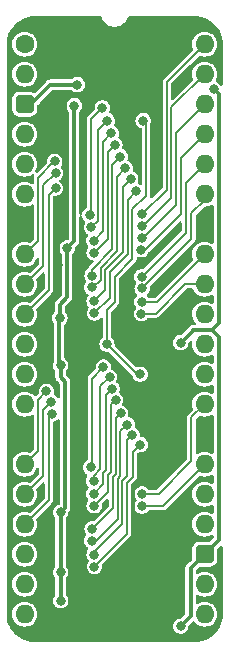
<source format=gbl>
%TF.GenerationSoftware,KiCad,Pcbnew,7.0.5*%
%TF.CreationDate,2024-02-12T16:29:43+02:00*%
%TF.ProjectId,Address Buffer 16bit,41646472-6573-4732-9042-756666657220,V0*%
%TF.SameCoordinates,Original*%
%TF.FileFunction,Copper,L2,Bot*%
%TF.FilePolarity,Positive*%
%FSLAX46Y46*%
G04 Gerber Fmt 4.6, Leading zero omitted, Abs format (unit mm)*
G04 Created by KiCad (PCBNEW 7.0.5) date 2024-02-12 16:29:43*
%MOMM*%
%LPD*%
G01*
G04 APERTURE LIST*
G04 Aperture macros list*
%AMRoundRect*
0 Rectangle with rounded corners*
0 $1 Rounding radius*
0 $2 $3 $4 $5 $6 $7 $8 $9 X,Y pos of 4 corners*
0 Add a 4 corners polygon primitive as box body*
4,1,4,$2,$3,$4,$5,$6,$7,$8,$9,$2,$3,0*
0 Add four circle primitives for the rounded corners*
1,1,$1+$1,$2,$3*
1,1,$1+$1,$4,$5*
1,1,$1+$1,$6,$7*
1,1,$1+$1,$8,$9*
0 Add four rect primitives between the rounded corners*
20,1,$1+$1,$2,$3,$4,$5,0*
20,1,$1+$1,$4,$5,$6,$7,0*
20,1,$1+$1,$6,$7,$8,$9,0*
20,1,$1+$1,$8,$9,$2,$3,0*%
G04 Aperture macros list end*
%TA.AperFunction,ComponentPad*%
%ADD10C,1.600000*%
%TD*%
%TA.AperFunction,ComponentPad*%
%ADD11O,1.600000X1.600000*%
%TD*%
%TA.AperFunction,ComponentPad*%
%ADD12RoundRect,0.400000X-0.400000X-0.400000X0.400000X-0.400000X0.400000X0.400000X-0.400000X0.400000X0*%
%TD*%
%TA.AperFunction,ComponentPad*%
%ADD13R,1.600000X1.600000*%
%TD*%
%TA.AperFunction,ViaPad*%
%ADD14C,0.800000*%
%TD*%
%TA.AperFunction,Conductor*%
%ADD15C,0.380000*%
%TD*%
%TA.AperFunction,Conductor*%
%ADD16C,0.200000*%
%TD*%
G04 APERTURE END LIST*
D10*
%TO.P,J1,1,Pin_1*%
%TO.N,/A15_{IN}*%
X88900000Y-58420000D03*
D11*
%TO.P,J1,2,Pin_2*%
%TO.N,/A14_{IN}*%
X88900000Y-60960000D03*
D12*
%TO.P,J1,3,Pin_3*%
%TO.N,/5V*%
X88900000Y-63500000D03*
D11*
%TO.P,J1,4,Pin_4*%
%TO.N,/A13_{IN}*%
X88900000Y-66040000D03*
%TO.P,J1,5,Pin_5*%
%TO.N,/A12_{IN}*%
X88900000Y-68580000D03*
%TO.P,J1,6,Pin_6*%
%TO.N,/A11_{IN}*%
X88900000Y-71120000D03*
D13*
%TO.P,J1,7,Pin_7*%
%TO.N,/GND*%
X88900000Y-73660000D03*
D11*
%TO.P,J1,8,Pin_8*%
%TO.N,/A10_{IN}*%
X88900000Y-76200000D03*
%TO.P,J1,9,Pin_9*%
%TO.N,/A9_{IN}*%
X88900000Y-78740000D03*
%TO.P,J1,10,Pin_10*%
%TO.N,/A8_{IN}*%
X88900000Y-81280000D03*
%TO.P,J1,11,Pin_11*%
%TO.N,/Device ~{CS}*%
X88900000Y-83820000D03*
%TO.P,J1,12,Pin_12*%
%TO.N,/A7_{IN}*%
X88900000Y-86360000D03*
%TO.P,J1,13,Pin_13*%
%TO.N,/A6_{IN}*%
X88900000Y-88900000D03*
D13*
%TO.P,J1,14,Pin_14*%
%TO.N,/GND*%
X88900000Y-91440000D03*
D11*
%TO.P,J1,15,Pin_15*%
%TO.N,/A5_{IN}*%
X88900000Y-93980000D03*
%TO.P,J1,16,Pin_16*%
%TO.N,/A4_{IN}*%
X88900000Y-96520000D03*
%TO.P,J1,17,Pin_17*%
%TO.N,/A3_{IN}*%
X88900000Y-99060000D03*
%TO.P,J1,18,Pin_18*%
%TO.N,/A2_{IN}*%
X88900000Y-101600000D03*
%TO.P,J1,19,Pin_19*%
%TO.N,/A1_{IN}*%
X88900000Y-104140000D03*
%TO.P,J1,20,Pin_20*%
%TO.N,/A0_{IN}*%
X88900000Y-106680000D03*
%TO.P,J1,21,Pin_21*%
%TO.N,/A0_{s}*%
X104140000Y-106680000D03*
%TO.P,J1,22,Pin_22*%
%TO.N,/A1_{s}*%
X104140000Y-104140000D03*
D12*
%TO.P,J1,23,Pin_23*%
%TO.N,/5V*%
X104140000Y-101600000D03*
D11*
%TO.P,J1,24,Pin_24*%
%TO.N,/A2_{s}*%
X104140000Y-99060000D03*
%TO.P,J1,25,Pin_25*%
%TO.N,/A3_{s}*%
X104140000Y-96520000D03*
%TO.P,J1,26,Pin_26*%
%TO.N,/A4_{s}*%
X104140000Y-93980000D03*
D13*
%TO.P,J1,27,Pin_27*%
%TO.N,/GND*%
X104140000Y-91440000D03*
D11*
%TO.P,J1,28,Pin_28*%
%TO.N,/A5_{s}*%
X104140000Y-88900000D03*
%TO.P,J1,29,Pin_29*%
%TO.N,/A6_{s}*%
X104140000Y-86360000D03*
%TO.P,J1,30,Pin_30*%
%TO.N,/A7_{s}*%
X104140000Y-83820000D03*
%TO.P,J1,31,Pin_31*%
%TO.N,unconnected-(J1-Pin_31-Pad31)*%
X104140000Y-81280000D03*
%TO.P,J1,32,Pin_32*%
%TO.N,/A8_{s}*%
X104140000Y-78740000D03*
%TO.P,J1,33,Pin_33*%
%TO.N,/A9_{s}*%
X104140000Y-76200000D03*
D13*
%TO.P,J1,34,Pin_34*%
%TO.N,/GND*%
X104140000Y-73660000D03*
D11*
%TO.P,J1,35,Pin_35*%
%TO.N,/A10_{s}*%
X104140000Y-71120000D03*
%TO.P,J1,36,Pin_36*%
%TO.N,/A11_{s}*%
X104140000Y-68580000D03*
%TO.P,J1,37,Pin_37*%
%TO.N,/A12_{s}*%
X104140000Y-66040000D03*
%TO.P,J1,38,Pin_38*%
%TO.N,/A13_{s}*%
X104140000Y-63500000D03*
%TO.P,J1,39,Pin_39*%
%TO.N,/A14_{s}*%
X104140000Y-60960000D03*
%TO.P,J1,40,Pin_40*%
%TO.N,/A15_{s}*%
X104140000Y-58420000D03*
%TD*%
D14*
%TO.N,/5V*%
X93345000Y-61849000D03*
X102108000Y-107696000D03*
X104902018Y-62230000D03*
X102108000Y-83693000D03*
%TO.N,/GND*%
X101726996Y-93980000D03*
X92887707Y-84430343D03*
X100711000Y-106539900D03*
X98552000Y-77089000D03*
X99187000Y-93980000D03*
X95440500Y-62674500D03*
X93472002Y-93218002D03*
X91694000Y-77088990D03*
X90551000Y-84963000D03*
X91948000Y-107569000D03*
X96901000Y-83693000D03*
X91820998Y-71882002D03*
X98171000Y-103759000D03*
%TO.N,/3.3V*%
X91948000Y-105537000D03*
X93091000Y-63627000D03*
X91948000Y-85597994D03*
X91948004Y-98044000D03*
X92484000Y-75691010D03*
X91871613Y-81584617D03*
X91948000Y-103124000D03*
%TO.N,/Device ~{CS}*%
X98933000Y-64897000D03*
X98679000Y-86360002D03*
X95885000Y-83819998D03*
%TO.N,/A5_{IN}*%
X90741504Y-87816000D03*
%TO.N,/A4_{IN}*%
X91150830Y-88728391D03*
%TO.N,/A3_{IN}*%
X91220299Y-89725978D03*
%TO.N,/A0*%
X98679000Y-92329000D03*
X94804388Y-102642600D03*
%TO.N,/A1*%
X94769419Y-101631014D03*
X98010068Y-91527334D03*
%TO.N,/A2*%
X97570097Y-90629319D03*
X94586771Y-100455457D03*
%TO.N,/A3*%
X94608400Y-99455689D03*
X97028000Y-89661992D03*
%TO.N,/A4*%
X96594696Y-88535255D03*
X94778988Y-97499000D03*
%TO.N,/A5*%
X96292794Y-87581914D03*
X94744019Y-96487414D03*
%TO.N,/A6*%
X94742000Y-95377000D03*
X96089799Y-86602731D03*
%TO.N,/A7*%
X94474365Y-94250606D03*
X95568949Y-85749080D03*
%TO.N,/A10_{IN}*%
X91440000Y-68338600D03*
%TO.N,/A9_{IN}*%
X91511000Y-69342000D03*
%TO.N,/A8_{IN}*%
X91511000Y-70609125D03*
%TO.N,/A8*%
X98320600Y-70887002D03*
X94805988Y-81200600D03*
%TO.N,/A9*%
X94771019Y-80189014D03*
X97878058Y-69818151D03*
%TO.N,/A10*%
X97420600Y-68928917D03*
X94588371Y-79013457D03*
%TO.N,/A11*%
X96997967Y-67944106D03*
X94610000Y-78013689D03*
%TO.N,/A12*%
X94780588Y-76057000D03*
X96542000Y-66928676D03*
%TO.N,/A13*%
X96248566Y-65972288D03*
X94745619Y-75045414D03*
%TO.N,/A14*%
X95885000Y-64897000D03*
X94545165Y-73933285D03*
%TO.N,/A15*%
X95470000Y-63803343D03*
X94417001Y-72880677D03*
%TO.N,/A5_{s}*%
X98849001Y-96493614D03*
%TO.N,/A4_{s}*%
X98849001Y-97536000D03*
%TO.N,/A11_{s}*%
X98806000Y-78105000D03*
%TO.N,/A10_{s}*%
X98836192Y-79104546D03*
%TO.N,/A9_{s}*%
X98821003Y-80231591D03*
%TO.N,/A8_{s}*%
X98782200Y-81237600D03*
%TO.N,/A15_{s}*%
X98845738Y-72823295D03*
%TO.N,/A14_{s}*%
X98806006Y-73822507D03*
%TO.N,/A13_{s}*%
X98797599Y-74822474D03*
%TO.N,/A12_{s}*%
X98769026Y-75822068D03*
%TD*%
D15*
%TO.N,/5V*%
X104728000Y-82630000D02*
X105330000Y-82028000D01*
X104728000Y-82630000D02*
X103171000Y-82630000D01*
X103171000Y-82630000D02*
X103124000Y-82677000D01*
X102950000Y-102790000D02*
X104140000Y-101600000D01*
X105330000Y-100410000D02*
X105330000Y-83232000D01*
X102950000Y-106854000D02*
X102950000Y-102790000D01*
X89408000Y-63500000D02*
X91059000Y-61849000D01*
X91059000Y-61849000D02*
X93345000Y-61849000D01*
X104140000Y-101600000D02*
X105330000Y-100410000D01*
X105330000Y-82028000D02*
X105330000Y-62657982D01*
X105330000Y-83232000D02*
X104728000Y-82630000D01*
X105330000Y-62657982D02*
X104902018Y-62230000D01*
X103124000Y-82677000D02*
X102108000Y-83693000D01*
X102108000Y-107696000D02*
X102950000Y-106854000D01*
%TO.N,/GND*%
X87710000Y-99712915D02*
X88407085Y-100410000D01*
X93650640Y-84836000D02*
X93472002Y-85014638D01*
X92301000Y-63147000D02*
X92773500Y-62674500D01*
X91820998Y-71882002D02*
X91693988Y-72009012D01*
X98059000Y-103647000D02*
X98171000Y-103759000D01*
X92773500Y-62674500D02*
X95440500Y-62674500D01*
X91693988Y-77088978D02*
X91694000Y-77088990D01*
X91693988Y-72009012D02*
X91693988Y-77088978D01*
X90551000Y-80967756D02*
X91694000Y-79824756D01*
X98059000Y-95743000D02*
X98059000Y-103647000D01*
X99187000Y-93980000D02*
X99187000Y-94615000D01*
X92583000Y-108204000D02*
X91948000Y-107569000D01*
X88407085Y-100410000D02*
X89488000Y-100410000D01*
X87710000Y-92630000D02*
X87710000Y-99712915D01*
X99046900Y-108204000D02*
X92583000Y-108204000D01*
X100711000Y-106539900D02*
X99046900Y-108204000D01*
X88900000Y-91440000D02*
X87710000Y-92630000D01*
X93472002Y-93218002D02*
X93472002Y-85014638D01*
X92301000Y-71402000D02*
X92301000Y-63147000D01*
X89488000Y-100410000D02*
X90932000Y-101854000D01*
X91694000Y-79824756D02*
X91694000Y-77088990D01*
X93472002Y-85014638D02*
X92887707Y-84430343D01*
X101726996Y-93980000D02*
X99187000Y-93980000D01*
X99187000Y-94615000D02*
X98059000Y-95743000D01*
X97028000Y-83566000D02*
X97028000Y-78613000D01*
X90932000Y-101854000D02*
X90932000Y-106553000D01*
X101726996Y-93980000D02*
X101726996Y-90677996D01*
X96901000Y-83693000D02*
X97028000Y-83566000D01*
X90932000Y-106553000D02*
X91948000Y-107569000D01*
X97028000Y-78613000D02*
X98552000Y-77089000D01*
X95885000Y-84836000D02*
X93650640Y-84836000D01*
X90551000Y-84963000D02*
X90551000Y-80967756D01*
X101726996Y-90677996D02*
X95885000Y-84836000D01*
X91820998Y-71882002D02*
X92301000Y-71402000D01*
%TO.N,/3.3V*%
X91821000Y-85470994D02*
X91948000Y-85597994D01*
X91948004Y-98044000D02*
X92314024Y-97677980D01*
X91871613Y-80467387D02*
X92484000Y-79855000D01*
X91948000Y-105537000D02*
X91948000Y-103124000D01*
X91821000Y-81635230D02*
X91821000Y-85470994D01*
X92314024Y-97677980D02*
X92314024Y-86980024D01*
X93091000Y-75084010D02*
X93091000Y-63627000D01*
X91948000Y-98044004D02*
X91948004Y-98044000D01*
X91871613Y-81584617D02*
X91821000Y-81635230D01*
X91871613Y-81584617D02*
X91871613Y-80467387D01*
X92484000Y-75691010D02*
X93091000Y-75084010D01*
X91948000Y-86614000D02*
X91948000Y-85597994D01*
X92484000Y-79855000D02*
X92484000Y-75691010D01*
X92314024Y-86980024D02*
X91948000Y-86614000D01*
X91948000Y-103124000D02*
X91948000Y-98044004D01*
D16*
%TO.N,/Device ~{CS}*%
X99187000Y-71247000D02*
X98019384Y-72414616D01*
X98019384Y-76605616D02*
X96520000Y-78105000D01*
X95885000Y-80899000D02*
X95885000Y-83819998D01*
X98425004Y-86360002D02*
X98679000Y-86360002D01*
X95885000Y-83819998D02*
X98425004Y-86360002D01*
X98019384Y-72414616D02*
X98019384Y-76605616D01*
X98933000Y-64897000D02*
X99187000Y-65151000D01*
X96520000Y-80264000D02*
X95885000Y-80899000D01*
X99187000Y-65151000D02*
X99187000Y-71247000D01*
X96520000Y-78105000D02*
X96520000Y-80264000D01*
%TO.N,/A5_{IN}*%
X88900000Y-93980000D02*
X90032000Y-92848000D01*
X90032000Y-92848000D02*
X90032000Y-88525504D01*
X90032000Y-88525504D02*
X90741504Y-87816000D01*
%TO.N,/A4_{IN}*%
X90482000Y-94938000D02*
X90482000Y-89397221D01*
X88900000Y-96520000D02*
X90482000Y-94938000D01*
X90482000Y-89397221D02*
X91150830Y-88728391D01*
%TO.N,/A3_{IN}*%
X90932000Y-90014277D02*
X91220299Y-89725978D01*
X88900000Y-99060000D02*
X90932000Y-97028000D01*
X90932000Y-97028000D02*
X90932000Y-90014277D01*
%TO.N,/A0*%
X97569000Y-99877988D02*
X97569000Y-95540035D01*
X97569000Y-95540035D02*
X98044000Y-95065036D01*
X98044000Y-95065036D02*
X98044000Y-92964000D01*
X94804388Y-102642600D02*
X97569000Y-99877988D01*
X98044000Y-92964000D02*
X98679000Y-92329000D01*
%TO.N,/A1*%
X97594000Y-94949350D02*
X97594000Y-91943402D01*
X94769419Y-101445581D02*
X97169000Y-99046000D01*
X97169000Y-95374349D02*
X97594000Y-94949350D01*
X97169000Y-99046000D02*
X97169000Y-95374349D01*
X97594000Y-91943402D02*
X98010068Y-91527334D01*
X94769419Y-101631014D02*
X94769419Y-101445581D01*
%TO.N,/A2*%
X96769000Y-98636723D02*
X96769000Y-95208664D01*
X94586771Y-100455457D02*
X94950266Y-100455457D01*
X96769000Y-95208664D02*
X97008000Y-94969662D01*
X94950266Y-100455457D02*
X96769000Y-98636723D01*
X97008001Y-91191415D02*
X97570097Y-90629319D01*
X97008000Y-94969662D02*
X97008001Y-91191415D01*
%TO.N,/A3*%
X96369000Y-95042979D02*
X96608000Y-94803979D01*
X96369000Y-97695089D02*
X96369000Y-95042979D01*
X94608400Y-99455689D02*
X96369000Y-97695089D01*
X96608000Y-94803979D02*
X96608002Y-90081990D01*
X96608002Y-90081990D02*
X97028000Y-89661992D01*
%TO.N,/A4*%
X95969000Y-96308988D02*
X95969000Y-94877293D01*
X96208000Y-94638293D02*
X96208000Y-88921951D01*
X96208000Y-88921951D02*
X96594696Y-88535255D01*
X95969000Y-94877293D02*
X96208000Y-94638293D01*
X94778988Y-97499000D02*
X95969000Y-96308988D01*
%TO.N,/A5*%
X95569000Y-95666950D02*
X95569000Y-94711607D01*
X95794000Y-94486607D02*
X95794000Y-88080708D01*
X94744019Y-96487414D02*
X94748536Y-96487414D01*
X95569000Y-94711607D02*
X95794000Y-94486607D01*
X95794000Y-88080708D02*
X96292794Y-87581914D01*
X94748536Y-96487414D02*
X95569000Y-95666950D01*
%TO.N,/A6*%
X96089799Y-86602731D02*
X95308000Y-87384530D01*
X95308000Y-87384530D02*
X95308000Y-94406920D01*
X94742000Y-94972920D02*
X94742000Y-95377000D01*
X95308000Y-94406920D02*
X94742000Y-94972920D01*
%TO.N,/A7*%
X95568949Y-85749080D02*
X94583000Y-86735029D01*
X94583000Y-94141971D02*
X94474365Y-94250606D01*
X94583000Y-86735029D02*
X94583000Y-94141971D01*
%TO.N,/A10_{IN}*%
X88900000Y-76200000D02*
X90043000Y-75057000D01*
X90043000Y-75057000D02*
X90043000Y-69713695D01*
X90043000Y-69713695D02*
X91418095Y-68338600D01*
X91418095Y-68338600D02*
X91440000Y-68338600D01*
%TO.N,/A9_{IN}*%
X90475000Y-77165000D02*
X90475000Y-70378000D01*
X88900000Y-78740000D02*
X90475000Y-77165000D01*
X90475000Y-70378000D02*
X91511000Y-69342000D01*
%TO.N,/A8_{IN}*%
X88900000Y-81280000D02*
X90932000Y-79248000D01*
X90932000Y-71188125D02*
X91511000Y-70609125D01*
X90932000Y-79248000D02*
X90932000Y-71188125D01*
%TO.N,/A8*%
X97619384Y-76185929D02*
X97619384Y-72248930D01*
X96120000Y-77685314D02*
X97619384Y-76185929D01*
X97619386Y-71588216D02*
X98320600Y-70887002D01*
X97619386Y-72248928D02*
X97619386Y-71588216D01*
X94805988Y-81200600D02*
X96120000Y-79886588D01*
X97619384Y-72248930D02*
X97619386Y-72248928D01*
X96120000Y-79886588D02*
X96120000Y-77685314D01*
%TO.N,/A9*%
X95720000Y-79240033D02*
X95720000Y-77519628D01*
X97219384Y-76020244D02*
X97219384Y-70476825D01*
X97219384Y-70476825D02*
X97878058Y-69818151D01*
X95720000Y-77519628D02*
X97219384Y-76020244D01*
X94771019Y-80189014D02*
X95720000Y-79240033D01*
%TO.N,/A10*%
X96717000Y-75956942D02*
X96717000Y-69632517D01*
X95320000Y-78348056D02*
X95320000Y-77353942D01*
X94588371Y-79013457D02*
X94654599Y-79013457D01*
X96717000Y-69632517D02*
X97420600Y-68928917D01*
X95320000Y-77353942D02*
X96717000Y-75956942D01*
X94654599Y-79013457D02*
X95320000Y-78348056D01*
%TO.N,/A11*%
X96317000Y-68625073D02*
X96997967Y-67944106D01*
X94610000Y-77498256D02*
X96317000Y-75791256D01*
X94610000Y-78013689D02*
X94610000Y-77498256D01*
X96317000Y-75791256D02*
X96317000Y-68625073D01*
%TO.N,/A12*%
X95917000Y-67553676D02*
X96542000Y-66928676D01*
X94780588Y-76057000D02*
X95917000Y-74920588D01*
X95917000Y-74920588D02*
X95917000Y-67553676D01*
%TO.N,/A13*%
X95517000Y-74274033D02*
X95517000Y-66703854D01*
X95517000Y-66703854D02*
X96248566Y-65972288D01*
X94745619Y-75045414D02*
X95517000Y-74274033D01*
%TO.N,/A14*%
X95117002Y-73361448D02*
X94545165Y-73933285D01*
X95117002Y-65664998D02*
X95117002Y-73361448D01*
X95885000Y-64897000D02*
X95117002Y-65664998D01*
%TO.N,/A15*%
X94519386Y-64753957D02*
X94519386Y-72778292D01*
X94519386Y-72778292D02*
X94417001Y-72880677D01*
X95470000Y-63803343D02*
X94519386Y-64753957D01*
%TO.N,/A5_{s}*%
X100229386Y-96493614D02*
X98849001Y-96493614D01*
X103015000Y-93708000D02*
X100229386Y-96493614D01*
X104140000Y-88900000D02*
X103015000Y-90025000D01*
X103015000Y-90025000D02*
X103015000Y-93708000D01*
%TO.N,/A4_{s}*%
X100584000Y-97536000D02*
X98849001Y-97536000D01*
X104140000Y-93980000D02*
X100584000Y-97536000D01*
%TO.N,/A11_{s}*%
X104140000Y-68580000D02*
X102527000Y-70193000D01*
X102527000Y-70193000D02*
X102527000Y-74384000D01*
X102527000Y-74384000D02*
X98806000Y-78105000D01*
%TO.N,/A10_{s}*%
X103015000Y-74925738D02*
X98836192Y-79104546D01*
X104140000Y-71628000D02*
X103015000Y-72753000D01*
X103015000Y-72753000D02*
X103015000Y-74925738D01*
%TO.N,/A9_{s}*%
X100108409Y-80231591D02*
X98821003Y-80231591D01*
X104140000Y-76200000D02*
X100108409Y-80231591D01*
%TO.N,/A8_{s}*%
X102489000Y-78740000D02*
X104140000Y-78740000D01*
X98782200Y-81237600D02*
X99991400Y-81237600D01*
X99991400Y-81237600D02*
X102489000Y-78740000D01*
%TO.N,/A15_{s}*%
X100927000Y-61633000D02*
X100927000Y-70742033D01*
X104140000Y-58420000D02*
X100927000Y-61633000D01*
X100927000Y-70742033D02*
X98845738Y-72823295D01*
%TO.N,/A14_{s}*%
X101327000Y-71428507D02*
X98933000Y-73822507D01*
X101327000Y-63773000D02*
X101327000Y-71428507D01*
X104140000Y-60960000D02*
X101327000Y-63773000D01*
X98933000Y-73822507D02*
X98806006Y-73822507D01*
%TO.N,/A13_{s}*%
X98922983Y-74822474D02*
X98797599Y-74822474D01*
X101727000Y-65913000D02*
X101727000Y-72018457D01*
X101727000Y-72018457D02*
X98922983Y-74822474D01*
X104140000Y-63500000D02*
X101727000Y-65913000D01*
%TO.N,/A12_{s}*%
X104140000Y-66040000D02*
X102127000Y-68053000D01*
X102127000Y-68053000D02*
X102127000Y-72793728D01*
X99098660Y-75822068D02*
X98769026Y-75822068D01*
X102127000Y-72793728D02*
X99098660Y-75822068D01*
%TD*%
%TA.AperFunction,Conductor*%
%TO.N,/GND*%
G36*
X90170000Y-62115037D02*
G01*
X89770665Y-62514372D01*
X89709342Y-62547857D01*
X89639650Y-62542873D01*
X89619864Y-62533424D01*
X89560398Y-62498256D01*
X89560394Y-62498255D01*
X89560393Y-62498254D01*
X89402573Y-62452402D01*
X89402567Y-62452401D01*
X89365701Y-62449500D01*
X89365694Y-62449500D01*
X88434306Y-62449500D01*
X88434298Y-62449500D01*
X88397432Y-62452401D01*
X88397426Y-62452402D01*
X88239606Y-62498254D01*
X88239603Y-62498255D01*
X88098137Y-62581917D01*
X88098129Y-62581923D01*
X87981923Y-62698129D01*
X87981917Y-62698137D01*
X87898255Y-62839603D01*
X87898254Y-62839606D01*
X87852402Y-62997426D01*
X87852401Y-62997432D01*
X87849500Y-63034298D01*
X87849500Y-63965701D01*
X87852401Y-64002567D01*
X87852402Y-64002573D01*
X87898254Y-64160393D01*
X87898255Y-64160396D01*
X87981917Y-64301862D01*
X87981923Y-64301870D01*
X88098129Y-64418076D01*
X88098133Y-64418079D01*
X88098135Y-64418081D01*
X88239602Y-64501744D01*
X88281224Y-64513836D01*
X88397426Y-64547597D01*
X88397429Y-64547597D01*
X88397431Y-64547598D01*
X88434306Y-64550500D01*
X88434314Y-64550500D01*
X89365686Y-64550500D01*
X89365694Y-64550500D01*
X89402569Y-64547598D01*
X89402571Y-64547597D01*
X89402573Y-64547597D01*
X89444191Y-64535505D01*
X89560398Y-64501744D01*
X89701865Y-64418081D01*
X89818081Y-64301865D01*
X89901744Y-64160398D01*
X89947598Y-64002569D01*
X89950500Y-63965694D01*
X89950500Y-63631821D01*
X89970185Y-63564783D01*
X89986819Y-63544141D01*
X90170000Y-63360960D01*
X90170000Y-69091011D01*
X90004920Y-69256091D01*
X89943597Y-69289576D01*
X89873905Y-69284592D01*
X89817972Y-69242720D01*
X89793555Y-69177256D01*
X89807880Y-69109958D01*
X89875232Y-68983954D01*
X89935300Y-68785934D01*
X89955583Y-68580000D01*
X89935300Y-68374066D01*
X89875232Y-68176046D01*
X89777685Y-67993550D01*
X89725702Y-67930209D01*
X89646410Y-67833589D01*
X89486452Y-67702317D01*
X89486453Y-67702317D01*
X89486450Y-67702315D01*
X89303954Y-67604768D01*
X89105934Y-67544700D01*
X89105932Y-67544699D01*
X89105934Y-67544699D01*
X88918463Y-67526235D01*
X88900000Y-67524417D01*
X88899999Y-67524417D01*
X88694067Y-67544699D01*
X88496043Y-67604769D01*
X88385898Y-67663643D01*
X88313550Y-67702315D01*
X88313548Y-67702316D01*
X88313547Y-67702317D01*
X88153589Y-67833589D01*
X88022317Y-67993547D01*
X87924769Y-68176043D01*
X87864699Y-68374067D01*
X87844417Y-68579999D01*
X87864699Y-68785932D01*
X87864700Y-68785934D01*
X87924768Y-68983954D01*
X88022315Y-69166450D01*
X88022317Y-69166452D01*
X88153589Y-69326410D01*
X88250209Y-69405702D01*
X88313550Y-69457685D01*
X88496046Y-69555232D01*
X88694066Y-69615300D01*
X88694065Y-69615300D01*
X88712529Y-69617118D01*
X88900000Y-69635583D01*
X89105934Y-69615300D01*
X89303954Y-69555232D01*
X89486450Y-69457685D01*
X89526791Y-69424578D01*
X89591098Y-69397265D01*
X89659966Y-69409055D01*
X89711527Y-69456207D01*
X89729411Y-69523749D01*
X89724300Y-69555814D01*
X89709506Y-69605502D01*
X89708725Y-69607941D01*
X89692499Y-69655207D01*
X89691294Y-69662428D01*
X89690382Y-69669741D01*
X89692447Y-69719643D01*
X89692500Y-69722205D01*
X89692500Y-70149239D01*
X89672815Y-70216278D01*
X89620011Y-70262033D01*
X89550853Y-70271977D01*
X89489839Y-70245096D01*
X89486452Y-70242316D01*
X89303956Y-70144769D01*
X89303955Y-70144768D01*
X89303954Y-70144768D01*
X89105934Y-70084700D01*
X89105932Y-70084699D01*
X89105934Y-70084699D01*
X88900000Y-70064417D01*
X88694067Y-70084699D01*
X88496043Y-70144769D01*
X88385898Y-70203643D01*
X88313550Y-70242315D01*
X88313548Y-70242316D01*
X88313547Y-70242317D01*
X88153589Y-70373589D01*
X88022317Y-70533547D01*
X87924769Y-70716043D01*
X87864699Y-70914067D01*
X87844417Y-71120000D01*
X87864699Y-71325932D01*
X87864700Y-71325934D01*
X87924768Y-71523954D01*
X88022315Y-71706450D01*
X88022317Y-71706452D01*
X88153589Y-71866410D01*
X88250209Y-71945702D01*
X88313550Y-71997685D01*
X88496046Y-72095232D01*
X88694066Y-72155300D01*
X88694065Y-72155300D01*
X88714347Y-72157297D01*
X88900000Y-72175583D01*
X89105934Y-72155300D01*
X89303954Y-72095232D01*
X89486450Y-71997685D01*
X89489833Y-71994908D01*
X89554141Y-71967594D01*
X89623009Y-71979383D01*
X89674571Y-72026534D01*
X89692500Y-72090760D01*
X89692500Y-74860455D01*
X89672815Y-74927494D01*
X89656181Y-74948136D01*
X89414508Y-75189808D01*
X89353185Y-75223293D01*
X89290833Y-75220788D01*
X89105934Y-75164700D01*
X89105932Y-75164699D01*
X89105934Y-75164699D01*
X88900000Y-75144417D01*
X88694067Y-75164699D01*
X88518692Y-75217898D01*
X88500909Y-75223293D01*
X88496043Y-75224769D01*
X88385898Y-75283643D01*
X88313550Y-75322315D01*
X88313548Y-75322316D01*
X88313547Y-75322317D01*
X88153589Y-75453589D01*
X88022317Y-75613547D01*
X87924769Y-75796043D01*
X87864699Y-75994067D01*
X87844417Y-76200000D01*
X87864699Y-76405932D01*
X87864700Y-76405934D01*
X87924768Y-76603954D01*
X88022315Y-76786450D01*
X88022317Y-76786452D01*
X88153589Y-76946410D01*
X88243037Y-77019817D01*
X88313550Y-77077685D01*
X88496046Y-77175232D01*
X88694066Y-77235300D01*
X88694065Y-77235300D01*
X88714348Y-77237297D01*
X88900000Y-77255583D01*
X89105934Y-77235300D01*
X89303954Y-77175232D01*
X89486450Y-77077685D01*
X89646410Y-76946410D01*
X89777685Y-76786450D01*
X89875232Y-76603954D01*
X89881839Y-76582170D01*
X89920136Y-76523733D01*
X89983948Y-76495276D01*
X90053015Y-76505835D01*
X90105409Y-76552059D01*
X90124500Y-76618166D01*
X90124500Y-76968455D01*
X90104815Y-77035494D01*
X90088181Y-77056136D01*
X89414508Y-77729808D01*
X89353185Y-77763293D01*
X89290833Y-77760788D01*
X89105934Y-77704700D01*
X89105932Y-77704699D01*
X89105934Y-77704699D01*
X88918463Y-77686235D01*
X88900000Y-77684417D01*
X88899999Y-77684417D01*
X88694067Y-77704699D01*
X88518692Y-77757898D01*
X88500909Y-77763293D01*
X88496043Y-77764769D01*
X88385898Y-77823643D01*
X88313550Y-77862315D01*
X88313548Y-77862316D01*
X88313547Y-77862317D01*
X88153589Y-77993589D01*
X88022317Y-78153547D01*
X87924769Y-78336043D01*
X87864699Y-78534067D01*
X87844417Y-78740000D01*
X87864699Y-78945932D01*
X87864700Y-78945934D01*
X87924768Y-79143954D01*
X88022315Y-79326450D01*
X88022317Y-79326452D01*
X88153589Y-79486410D01*
X88250209Y-79565702D01*
X88313550Y-79617685D01*
X88496046Y-79715232D01*
X88694066Y-79775300D01*
X88694065Y-79775300D01*
X88714347Y-79777297D01*
X88900000Y-79795583D01*
X89105934Y-79775300D01*
X89303954Y-79715232D01*
X89486450Y-79617685D01*
X89646410Y-79486410D01*
X89777685Y-79326450D01*
X89875232Y-79143954D01*
X89935300Y-78945934D01*
X89955583Y-78740000D01*
X89935300Y-78534066D01*
X89879210Y-78349163D01*
X89878588Y-78279298D01*
X89910189Y-78225491D01*
X90170000Y-77965681D01*
X90170000Y-79514316D01*
X89414508Y-80269808D01*
X89353185Y-80303293D01*
X89290833Y-80300788D01*
X89105934Y-80244700D01*
X89105932Y-80244699D01*
X89105934Y-80244699D01*
X88918463Y-80226235D01*
X88900000Y-80224417D01*
X88899999Y-80224417D01*
X88694067Y-80244699D01*
X88518692Y-80297898D01*
X88500909Y-80303293D01*
X88496043Y-80304769D01*
X88385898Y-80363643D01*
X88313550Y-80402315D01*
X88313548Y-80402316D01*
X88313547Y-80402317D01*
X88153589Y-80533589D01*
X88022317Y-80693547D01*
X87924769Y-80876043D01*
X87864699Y-81074067D01*
X87844417Y-81280000D01*
X87864699Y-81485932D01*
X87864700Y-81485934D01*
X87924768Y-81683954D01*
X88022315Y-81866450D01*
X88022317Y-81866452D01*
X88153589Y-82026410D01*
X88250209Y-82105702D01*
X88313550Y-82157685D01*
X88496046Y-82255232D01*
X88694066Y-82315300D01*
X88694065Y-82315300D01*
X88714347Y-82317297D01*
X88900000Y-82335583D01*
X89105934Y-82315300D01*
X89303954Y-82255232D01*
X89486450Y-82157685D01*
X89646410Y-82026410D01*
X89777685Y-81866450D01*
X89875232Y-81683954D01*
X89935300Y-81485934D01*
X89955583Y-81280000D01*
X89935300Y-81074066D01*
X89879210Y-80889163D01*
X89878588Y-80819298D01*
X89910189Y-80765491D01*
X90170000Y-80505681D01*
X90170000Y-87498849D01*
X90161285Y-87511475D01*
X90161284Y-87511476D01*
X90105266Y-87659181D01*
X90086226Y-87815999D01*
X90086226Y-87816000D01*
X90096228Y-87898380D01*
X90084767Y-87967304D01*
X90060813Y-88001007D01*
X89861168Y-88200652D01*
X89799845Y-88234137D01*
X89730153Y-88229153D01*
X89677634Y-88191636D01*
X89646410Y-88153590D01*
X89646409Y-88153589D01*
X89486450Y-88022315D01*
X89303954Y-87924768D01*
X89105934Y-87864700D01*
X89105932Y-87864699D01*
X89105934Y-87864699D01*
X88900000Y-87844417D01*
X88694067Y-87864699D01*
X88496043Y-87924769D01*
X88385898Y-87983643D01*
X88313550Y-88022315D01*
X88313548Y-88022316D01*
X88313547Y-88022317D01*
X88153589Y-88153589D01*
X88022317Y-88313547D01*
X88022315Y-88313550D01*
X87983643Y-88385898D01*
X87924769Y-88496043D01*
X87864699Y-88694067D01*
X87844417Y-88900000D01*
X87864699Y-89105932D01*
X87864700Y-89105934D01*
X87924768Y-89303954D01*
X88022315Y-89486450D01*
X88022317Y-89486452D01*
X88153589Y-89646410D01*
X88250209Y-89725702D01*
X88313550Y-89777685D01*
X88496046Y-89875232D01*
X88694066Y-89935300D01*
X88694065Y-89935300D01*
X88714347Y-89937297D01*
X88900000Y-89955583D01*
X89105934Y-89935300D01*
X89303954Y-89875232D01*
X89486450Y-89777685D01*
X89486458Y-89777677D01*
X89488609Y-89776242D01*
X89489911Y-89775834D01*
X89491822Y-89774813D01*
X89492015Y-89775175D01*
X89555286Y-89755364D01*
X89622666Y-89773848D01*
X89669357Y-89825827D01*
X89681500Y-89879344D01*
X89681500Y-92651456D01*
X89661815Y-92718495D01*
X89645181Y-92739137D01*
X89414509Y-92969808D01*
X89353186Y-93003293D01*
X89290833Y-93000788D01*
X89105934Y-92944700D01*
X89105932Y-92944699D01*
X89105934Y-92944699D01*
X88918463Y-92926235D01*
X88900000Y-92924417D01*
X88899999Y-92924417D01*
X88694067Y-92944699D01*
X88518692Y-92997898D01*
X88500909Y-93003293D01*
X88496043Y-93004769D01*
X88385897Y-93063643D01*
X88313550Y-93102315D01*
X88313548Y-93102316D01*
X88313547Y-93102317D01*
X88153589Y-93233589D01*
X88022317Y-93393547D01*
X87924769Y-93576043D01*
X87864699Y-93774067D01*
X87844417Y-93979999D01*
X87864699Y-94185932D01*
X87864700Y-94185934D01*
X87924768Y-94383954D01*
X88022315Y-94566450D01*
X88022317Y-94566452D01*
X88153589Y-94726410D01*
X88171922Y-94741455D01*
X88313550Y-94857685D01*
X88496046Y-94955232D01*
X88694066Y-95015300D01*
X88694065Y-95015300D01*
X88712529Y-95017118D01*
X88900000Y-95035583D01*
X89105934Y-95015300D01*
X89303954Y-94955232D01*
X89486450Y-94857685D01*
X89646410Y-94726410D01*
X89777685Y-94566450D01*
X89875232Y-94383954D01*
X89888840Y-94339093D01*
X89927136Y-94280657D01*
X89990948Y-94252200D01*
X90060015Y-94262760D01*
X90112409Y-94308984D01*
X90131500Y-94375090D01*
X90131500Y-94741455D01*
X90111815Y-94808494D01*
X90095181Y-94829136D01*
X89414508Y-95509808D01*
X89353185Y-95543293D01*
X89290833Y-95540788D01*
X89105934Y-95484700D01*
X89105932Y-95484699D01*
X89105934Y-95484699D01*
X88918463Y-95466235D01*
X88900000Y-95464417D01*
X88899999Y-95464417D01*
X88694067Y-95484699D01*
X88518692Y-95537898D01*
X88500909Y-95543293D01*
X88496043Y-95544769D01*
X88385897Y-95603643D01*
X88313550Y-95642315D01*
X88313548Y-95642316D01*
X88313547Y-95642317D01*
X88153589Y-95773589D01*
X88022317Y-95933547D01*
X87924769Y-96116043D01*
X87864699Y-96314067D01*
X87844417Y-96519999D01*
X87864699Y-96725932D01*
X87864700Y-96725934D01*
X87924768Y-96923954D01*
X88022315Y-97106450D01*
X88022317Y-97106452D01*
X88153589Y-97266410D01*
X88250209Y-97345702D01*
X88313550Y-97397685D01*
X88496046Y-97495232D01*
X88694066Y-97555300D01*
X88694065Y-97555300D01*
X88714348Y-97557297D01*
X88900000Y-97575583D01*
X89105934Y-97555300D01*
X89303954Y-97495232D01*
X89486450Y-97397685D01*
X89646410Y-97266410D01*
X89777685Y-97106450D01*
X89875232Y-96923954D01*
X89935300Y-96725934D01*
X89955583Y-96520000D01*
X89935300Y-96314066D01*
X89879210Y-96129163D01*
X89878588Y-96059297D01*
X89910189Y-96005490D01*
X90170000Y-95745680D01*
X90170000Y-97294316D01*
X89414508Y-98049808D01*
X89353185Y-98083293D01*
X89290833Y-98080788D01*
X89105934Y-98024700D01*
X89105932Y-98024699D01*
X89105934Y-98024699D01*
X88900000Y-98004417D01*
X88694067Y-98024699D01*
X88518692Y-98077898D01*
X88500909Y-98083293D01*
X88496043Y-98084769D01*
X88385897Y-98143643D01*
X88313550Y-98182315D01*
X88313548Y-98182316D01*
X88313547Y-98182317D01*
X88153589Y-98313589D01*
X88022317Y-98473547D01*
X87924769Y-98656043D01*
X87864699Y-98854067D01*
X87844417Y-99060000D01*
X87864699Y-99265932D01*
X87864700Y-99265934D01*
X87924768Y-99463954D01*
X88022315Y-99646450D01*
X88022317Y-99646452D01*
X88153589Y-99806410D01*
X88250209Y-99885702D01*
X88313550Y-99937685D01*
X88496046Y-100035232D01*
X88694066Y-100095300D01*
X88694065Y-100095300D01*
X88714347Y-100097297D01*
X88900000Y-100115583D01*
X89105934Y-100095300D01*
X89303954Y-100035232D01*
X89486450Y-99937685D01*
X89646410Y-99806410D01*
X89777685Y-99646450D01*
X89875232Y-99463954D01*
X89935300Y-99265934D01*
X89955583Y-99060000D01*
X89935300Y-98854066D01*
X89879210Y-98669163D01*
X89878588Y-98599298D01*
X89910189Y-98545491D01*
X90170000Y-98285681D01*
X90170000Y-109043232D01*
X89737604Y-109043232D01*
X89733861Y-109043119D01*
X89454615Y-109026232D01*
X89447175Y-109025328D01*
X89173860Y-108975245D01*
X89166584Y-108973451D01*
X88901288Y-108890784D01*
X88894282Y-108888127D01*
X88640890Y-108774087D01*
X88634255Y-108770605D01*
X88396457Y-108626854D01*
X88390295Y-108622601D01*
X88171549Y-108451227D01*
X88165950Y-108446266D01*
X87969456Y-108249775D01*
X87964490Y-108244171D01*
X87793120Y-108025435D01*
X87788863Y-108019268D01*
X87765633Y-107980842D01*
X87645098Y-107781454D01*
X87641632Y-107774851D01*
X87527577Y-107521432D01*
X87524930Y-107514455D01*
X87442254Y-107249142D01*
X87440463Y-107241873D01*
X87390375Y-106968551D01*
X87389471Y-106961112D01*
X87372613Y-106682411D01*
X87372540Y-106680000D01*
X87844417Y-106680000D01*
X87846632Y-106702497D01*
X87864699Y-106885932D01*
X87864700Y-106885934D01*
X87924768Y-107083954D01*
X88022315Y-107266450D01*
X88022317Y-107266452D01*
X88153589Y-107426410D01*
X88250209Y-107505702D01*
X88313550Y-107557685D01*
X88496046Y-107655232D01*
X88694066Y-107715300D01*
X88694065Y-107715300D01*
X88712529Y-107717118D01*
X88900000Y-107735583D01*
X89105934Y-107715300D01*
X89303954Y-107655232D01*
X89486450Y-107557685D01*
X89646410Y-107426410D01*
X89777685Y-107266450D01*
X89875232Y-107083954D01*
X89935300Y-106885934D01*
X89955583Y-106680000D01*
X89935300Y-106474066D01*
X89875232Y-106276046D01*
X89777685Y-106093550D01*
X89725702Y-106030209D01*
X89646410Y-105933589D01*
X89486452Y-105802317D01*
X89486453Y-105802317D01*
X89486450Y-105802315D01*
X89303954Y-105704768D01*
X89105934Y-105644700D01*
X89105932Y-105644699D01*
X89105934Y-105644699D01*
X88900000Y-105624417D01*
X88694067Y-105644699D01*
X88496043Y-105704769D01*
X88385897Y-105763643D01*
X88313550Y-105802315D01*
X88313548Y-105802316D01*
X88313547Y-105802317D01*
X88153589Y-105933589D01*
X88022317Y-106093547D01*
X87924769Y-106276043D01*
X87864699Y-106474067D01*
X87848767Y-106635830D01*
X87844417Y-106680000D01*
X87372540Y-106680000D01*
X87372500Y-106678667D01*
X87372500Y-104140000D01*
X87844417Y-104140000D01*
X87864699Y-104345932D01*
X87864700Y-104345934D01*
X87924768Y-104543954D01*
X88022315Y-104726450D01*
X88022317Y-104726452D01*
X88153589Y-104886410D01*
X88250209Y-104965702D01*
X88313550Y-105017685D01*
X88496046Y-105115232D01*
X88694066Y-105175300D01*
X88694065Y-105175300D01*
X88714347Y-105177297D01*
X88900000Y-105195583D01*
X89105934Y-105175300D01*
X89303954Y-105115232D01*
X89486450Y-105017685D01*
X89646410Y-104886410D01*
X89777685Y-104726450D01*
X89875232Y-104543954D01*
X89935300Y-104345934D01*
X89955583Y-104140000D01*
X89935300Y-103934066D01*
X89875232Y-103736046D01*
X89777685Y-103553550D01*
X89725702Y-103490209D01*
X89646410Y-103393589D01*
X89486452Y-103262317D01*
X89486453Y-103262317D01*
X89486450Y-103262315D01*
X89303954Y-103164768D01*
X89105934Y-103104700D01*
X89105932Y-103104699D01*
X89105934Y-103104699D01*
X88918463Y-103086235D01*
X88900000Y-103084417D01*
X88899999Y-103084417D01*
X88694067Y-103104699D01*
X88496043Y-103164769D01*
X88385897Y-103223643D01*
X88313550Y-103262315D01*
X88313548Y-103262316D01*
X88313547Y-103262317D01*
X88153589Y-103393589D01*
X88022317Y-103553547D01*
X87924769Y-103736043D01*
X87864699Y-103934067D01*
X87844417Y-104140000D01*
X87372500Y-104140000D01*
X87372500Y-101600000D01*
X87844417Y-101600000D01*
X87864699Y-101805932D01*
X87864700Y-101805934D01*
X87924768Y-102003954D01*
X88022315Y-102186450D01*
X88022317Y-102186452D01*
X88153589Y-102346410D01*
X88250209Y-102425702D01*
X88313550Y-102477685D01*
X88496046Y-102575232D01*
X88694066Y-102635300D01*
X88694065Y-102635300D01*
X88712529Y-102637118D01*
X88900000Y-102655583D01*
X89105934Y-102635300D01*
X89303954Y-102575232D01*
X89486450Y-102477685D01*
X89646410Y-102346410D01*
X89777685Y-102186450D01*
X89875232Y-102003954D01*
X89935300Y-101805934D01*
X89955583Y-101600000D01*
X89935300Y-101394066D01*
X89875232Y-101196046D01*
X89777685Y-101013550D01*
X89725702Y-100950209D01*
X89646410Y-100853589D01*
X89486452Y-100722317D01*
X89486453Y-100722317D01*
X89486450Y-100722315D01*
X89303954Y-100624768D01*
X89105934Y-100564700D01*
X89105932Y-100564699D01*
X89105934Y-100564699D01*
X88918463Y-100546235D01*
X88900000Y-100544417D01*
X88899999Y-100544417D01*
X88694067Y-100564699D01*
X88496043Y-100624769D01*
X88385897Y-100683643D01*
X88313550Y-100722315D01*
X88313548Y-100722316D01*
X88313547Y-100722317D01*
X88153589Y-100853589D01*
X88022317Y-101013547D01*
X87924769Y-101196043D01*
X87864699Y-101394067D01*
X87844417Y-101600000D01*
X87372500Y-101600000D01*
X87372500Y-86359999D01*
X87844417Y-86359999D01*
X87864699Y-86565932D01*
X87864700Y-86565934D01*
X87924768Y-86763954D01*
X88022315Y-86946450D01*
X88022317Y-86946452D01*
X88153589Y-87106410D01*
X88225592Y-87165500D01*
X88313550Y-87237685D01*
X88496046Y-87335232D01*
X88694066Y-87395300D01*
X88694065Y-87395300D01*
X88712529Y-87397118D01*
X88900000Y-87415583D01*
X89105934Y-87395300D01*
X89303954Y-87335232D01*
X89486450Y-87237685D01*
X89646410Y-87106410D01*
X89777685Y-86946450D01*
X89875232Y-86763954D01*
X89935300Y-86565934D01*
X89955583Y-86360000D01*
X89935300Y-86154066D01*
X89875232Y-85956046D01*
X89777685Y-85773550D01*
X89725702Y-85710209D01*
X89646410Y-85613589D01*
X89486452Y-85482317D01*
X89486453Y-85482317D01*
X89486450Y-85482315D01*
X89303954Y-85384768D01*
X89105934Y-85324700D01*
X89105932Y-85324699D01*
X89105934Y-85324699D01*
X88918463Y-85306235D01*
X88900000Y-85304417D01*
X88899999Y-85304417D01*
X88694067Y-85324699D01*
X88496043Y-85384769D01*
X88385898Y-85443643D01*
X88313550Y-85482315D01*
X88313548Y-85482316D01*
X88313547Y-85482317D01*
X88153589Y-85613589D01*
X88022317Y-85773547D01*
X87924769Y-85956043D01*
X87864699Y-86154067D01*
X87844417Y-86359999D01*
X87372500Y-86359999D01*
X87372500Y-83820000D01*
X87844417Y-83820000D01*
X87864699Y-84025932D01*
X87864700Y-84025934D01*
X87924768Y-84223954D01*
X88022315Y-84406450D01*
X88022317Y-84406452D01*
X88153589Y-84566410D01*
X88250209Y-84645702D01*
X88313550Y-84697685D01*
X88496046Y-84795232D01*
X88694066Y-84855300D01*
X88694065Y-84855300D01*
X88714347Y-84857297D01*
X88900000Y-84875583D01*
X89105934Y-84855300D01*
X89303954Y-84795232D01*
X89486450Y-84697685D01*
X89646410Y-84566410D01*
X89777685Y-84406450D01*
X89875232Y-84223954D01*
X89935300Y-84025934D01*
X89955583Y-83820000D01*
X89935300Y-83614066D01*
X89875232Y-83416046D01*
X89777685Y-83233550D01*
X89725702Y-83170209D01*
X89646410Y-83073589D01*
X89486452Y-82942317D01*
X89486453Y-82942317D01*
X89486450Y-82942315D01*
X89303954Y-82844768D01*
X89105934Y-82784700D01*
X89105932Y-82784699D01*
X89105934Y-82784699D01*
X88918463Y-82766235D01*
X88900000Y-82764417D01*
X88899999Y-82764417D01*
X88694067Y-82784699D01*
X88496043Y-82844769D01*
X88385898Y-82903643D01*
X88313550Y-82942315D01*
X88313548Y-82942316D01*
X88313547Y-82942317D01*
X88153589Y-83073589D01*
X88022317Y-83233547D01*
X87924769Y-83416043D01*
X87864699Y-83614067D01*
X87844417Y-83820000D01*
X87372500Y-83820000D01*
X87372500Y-66040000D01*
X87844417Y-66040000D01*
X87864699Y-66245932D01*
X87864700Y-66245934D01*
X87924768Y-66443954D01*
X88022315Y-66626450D01*
X88022317Y-66626452D01*
X88153589Y-66786410D01*
X88250209Y-66865702D01*
X88313550Y-66917685D01*
X88496046Y-67015232D01*
X88694066Y-67075300D01*
X88694065Y-67075300D01*
X88714348Y-67077297D01*
X88900000Y-67095583D01*
X89105934Y-67075300D01*
X89303954Y-67015232D01*
X89486450Y-66917685D01*
X89646410Y-66786410D01*
X89777685Y-66626450D01*
X89875232Y-66443954D01*
X89935300Y-66245934D01*
X89955583Y-66040000D01*
X89935300Y-65834066D01*
X89875232Y-65636046D01*
X89777685Y-65453550D01*
X89725702Y-65390209D01*
X89646410Y-65293589D01*
X89486452Y-65162317D01*
X89486453Y-65162317D01*
X89486450Y-65162315D01*
X89303954Y-65064768D01*
X89105934Y-65004700D01*
X89105932Y-65004699D01*
X89105934Y-65004699D01*
X88900000Y-64984417D01*
X88694067Y-65004699D01*
X88496043Y-65064769D01*
X88385898Y-65123643D01*
X88313550Y-65162315D01*
X88313548Y-65162316D01*
X88313547Y-65162317D01*
X88153589Y-65293589D01*
X88022317Y-65453547D01*
X87924769Y-65636043D01*
X87864699Y-65834067D01*
X87844417Y-66040000D01*
X87372500Y-66040000D01*
X87372500Y-60960000D01*
X87844417Y-60960000D01*
X87864699Y-61165932D01*
X87864700Y-61165934D01*
X87924768Y-61363954D01*
X88022315Y-61546450D01*
X88056969Y-61588677D01*
X88153589Y-61706410D01*
X88250209Y-61785702D01*
X88313550Y-61837685D01*
X88496046Y-61935232D01*
X88694066Y-61995300D01*
X88694065Y-61995300D01*
X88714347Y-61997297D01*
X88900000Y-62015583D01*
X89105934Y-61995300D01*
X89303954Y-61935232D01*
X89486450Y-61837685D01*
X89646410Y-61706410D01*
X89777685Y-61546450D01*
X89875232Y-61363954D01*
X89935300Y-61165934D01*
X89955583Y-60960000D01*
X89935300Y-60754066D01*
X89875232Y-60556046D01*
X89777685Y-60373550D01*
X89725702Y-60310209D01*
X89646410Y-60213589D01*
X89486452Y-60082317D01*
X89486453Y-60082317D01*
X89486450Y-60082315D01*
X89303954Y-59984768D01*
X89105934Y-59924700D01*
X89105932Y-59924699D01*
X89105934Y-59924699D01*
X88918463Y-59906235D01*
X88900000Y-59904417D01*
X88899999Y-59904417D01*
X88694067Y-59924699D01*
X88496043Y-59984769D01*
X88385898Y-60043643D01*
X88313550Y-60082315D01*
X88313548Y-60082316D01*
X88313547Y-60082317D01*
X88153589Y-60213589D01*
X88022317Y-60373547D01*
X87924769Y-60556043D01*
X87864699Y-60754067D01*
X87844417Y-60960000D01*
X87372500Y-60960000D01*
X87372500Y-58421876D01*
X87372557Y-58420000D01*
X87844417Y-58420000D01*
X87864699Y-58625932D01*
X87864700Y-58625934D01*
X87924768Y-58823954D01*
X88022315Y-59006450D01*
X88022317Y-59006452D01*
X88153589Y-59166410D01*
X88250209Y-59245702D01*
X88313550Y-59297685D01*
X88496046Y-59395232D01*
X88694066Y-59455300D01*
X88694065Y-59455300D01*
X88714348Y-59457297D01*
X88900000Y-59475583D01*
X89105934Y-59455300D01*
X89303954Y-59395232D01*
X89486450Y-59297685D01*
X89646410Y-59166410D01*
X89777685Y-59006450D01*
X89875232Y-58823954D01*
X89935300Y-58625934D01*
X89955583Y-58420000D01*
X89935300Y-58214066D01*
X89875232Y-58016046D01*
X89777685Y-57833550D01*
X89725702Y-57770209D01*
X89646410Y-57673589D01*
X89486452Y-57542317D01*
X89486453Y-57542317D01*
X89486450Y-57542315D01*
X89303954Y-57444768D01*
X89105934Y-57384700D01*
X89105932Y-57384699D01*
X89105934Y-57384699D01*
X88900000Y-57364417D01*
X88694067Y-57384699D01*
X88496043Y-57444769D01*
X88385898Y-57503643D01*
X88313550Y-57542315D01*
X88313548Y-57542316D01*
X88313547Y-57542317D01*
X88153589Y-57673589D01*
X88022317Y-57833547D01*
X88022315Y-57833550D01*
X88009174Y-57858135D01*
X87924769Y-58016043D01*
X87864699Y-58214067D01*
X87844417Y-58420000D01*
X87372557Y-58420000D01*
X87372613Y-58418132D01*
X87389504Y-58138891D01*
X87390408Y-58131452D01*
X87440495Y-57858135D01*
X87442288Y-57850859D01*
X87447683Y-57833547D01*
X87524962Y-57585550D01*
X87527605Y-57578583D01*
X87641658Y-57325169D01*
X87645130Y-57318554D01*
X87788893Y-57080745D01*
X87793145Y-57074586D01*
X87826244Y-57032339D01*
X87964521Y-56855843D01*
X87969480Y-56850247D01*
X88165967Y-56653762D01*
X88171576Y-56648793D01*
X88350737Y-56508431D01*
X88390319Y-56477420D01*
X88396461Y-56473181D01*
X88634287Y-56329413D01*
X88640892Y-56325946D01*
X88894301Y-56211899D01*
X88901297Y-56209247D01*
X89166594Y-56126580D01*
X89173861Y-56124788D01*
X89447180Y-56074703D01*
X89454610Y-56073801D01*
X89734389Y-56056881D01*
X89738133Y-56056768D01*
X89790799Y-56056768D01*
X89791059Y-56056744D01*
X90170000Y-56056585D01*
X90170000Y-62115037D01*
G37*
%TD.AperFunction*%
%TD*%
%TA.AperFunction,Conductor*%
%TO.N,/GND*%
G36*
X93736702Y-72940873D02*
G01*
X93774476Y-72999651D01*
X93778594Y-73019635D01*
X93780762Y-73037490D01*
X93780763Y-73037495D01*
X93827224Y-73160000D01*
X93836781Y-73185200D01*
X93926518Y-73315207D01*
X94002439Y-73382466D01*
X94039566Y-73441656D01*
X94038798Y-73511521D01*
X94022263Y-73545721D01*
X93964945Y-73628761D01*
X93908927Y-73776466D01*
X93889887Y-73933284D01*
X93889887Y-73933285D01*
X93908927Y-74090103D01*
X93964944Y-74237808D01*
X93964945Y-74237808D01*
X94054682Y-74367815D01*
X94172925Y-74472568D01*
X94179419Y-74475976D01*
X94229633Y-74524560D01*
X94245609Y-74592578D01*
X94223847Y-74656213D01*
X94165399Y-74740890D01*
X94109381Y-74888595D01*
X94090341Y-75045413D01*
X94090341Y-75045414D01*
X94109381Y-75202232D01*
X94154923Y-75322315D01*
X94165399Y-75349937D01*
X94255136Y-75479944D01*
X94255652Y-75480401D01*
X94255922Y-75480832D01*
X94260110Y-75485559D01*
X94259324Y-75486255D01*
X94292781Y-75539589D01*
X94292015Y-75609455D01*
X94275479Y-75643658D01*
X94200368Y-75752476D01*
X94144350Y-75900181D01*
X94125310Y-76056999D01*
X94125310Y-76057000D01*
X94144350Y-76213818D01*
X94160575Y-76256598D01*
X94200368Y-76361523D01*
X94290105Y-76491530D01*
X94408348Y-76596283D01*
X94408350Y-76596284D01*
X94548222Y-76669696D01*
X94575523Y-76676424D01*
X94651371Y-76695119D01*
X94711750Y-76730273D01*
X94743539Y-76792492D01*
X94736644Y-76862021D01*
X94709376Y-76903196D01*
X94396955Y-77215617D01*
X94377106Y-77231738D01*
X94369331Y-77236818D01*
X94349143Y-77262754D01*
X94344067Y-77268504D01*
X94341634Y-77270937D01*
X94341624Y-77270950D01*
X94329695Y-77287657D01*
X94328164Y-77289709D01*
X94297483Y-77329128D01*
X94293975Y-77335609D01*
X94290761Y-77342187D01*
X94276506Y-77390065D01*
X94275725Y-77392503D01*
X94262519Y-77430972D01*
X94227464Y-77483526D01*
X94119518Y-77579157D01*
X94029781Y-77709164D01*
X94029780Y-77709165D01*
X93973762Y-77856870D01*
X93954722Y-78013688D01*
X93954722Y-78013689D01*
X93973762Y-78170507D01*
X94029780Y-78318212D01*
X94029781Y-78318213D01*
X94105569Y-78428012D01*
X94127452Y-78494367D01*
X94109986Y-78562018D01*
X94102138Y-78572746D01*
X94102149Y-78572754D01*
X94008152Y-78708932D01*
X94008151Y-78708933D01*
X93952133Y-78856638D01*
X93933093Y-79013456D01*
X93933093Y-79013457D01*
X93952133Y-79170275D01*
X94000977Y-79299064D01*
X94008151Y-79317980D01*
X94097888Y-79447987D01*
X94216131Y-79552740D01*
X94241952Y-79566292D01*
X94292164Y-79614875D01*
X94308139Y-79682894D01*
X94284805Y-79748752D01*
X94282548Y-79751568D01*
X94190800Y-79884489D01*
X94190799Y-79884490D01*
X94134781Y-80032195D01*
X94115741Y-80189013D01*
X94115741Y-80189014D01*
X94134781Y-80345832D01*
X94189950Y-80491299D01*
X94190799Y-80493537D01*
X94280536Y-80623544D01*
X94281052Y-80624001D01*
X94281322Y-80624432D01*
X94285510Y-80629159D01*
X94284724Y-80629855D01*
X94318181Y-80683189D01*
X94317415Y-80753055D01*
X94300879Y-80787258D01*
X94225768Y-80896076D01*
X94169750Y-81043781D01*
X94150710Y-81200599D01*
X94150710Y-81200600D01*
X94169750Y-81357418D01*
X94225768Y-81505123D01*
X94315505Y-81635130D01*
X94433748Y-81739883D01*
X94433750Y-81739884D01*
X94573622Y-81813296D01*
X94727002Y-81851100D01*
X94727003Y-81851100D01*
X94884973Y-81851100D01*
X95038353Y-81813296D01*
X95107731Y-81776883D01*
X95178228Y-81739883D01*
X95296471Y-81635130D01*
X95308448Y-81617776D01*
X95362732Y-81573785D01*
X95432181Y-81566125D01*
X95494746Y-81597228D01*
X95530563Y-81657218D01*
X95534500Y-81688215D01*
X95534500Y-83205647D01*
X95514815Y-83272686D01*
X95492728Y-83298460D01*
X95394517Y-83385468D01*
X95394516Y-83385469D01*
X95304781Y-83515473D01*
X95304780Y-83515474D01*
X95248762Y-83663179D01*
X95229722Y-83819997D01*
X95229722Y-83819998D01*
X95248762Y-83976816D01*
X95304779Y-84124521D01*
X95304780Y-84124521D01*
X95394517Y-84254528D01*
X95512760Y-84359281D01*
X95512762Y-84359282D01*
X95652634Y-84432694D01*
X95806014Y-84470498D01*
X95806015Y-84470498D01*
X95963986Y-84470498D01*
X95971431Y-84469594D01*
X95971837Y-84472939D01*
X96026459Y-84475219D01*
X96074275Y-84504955D01*
X98006510Y-86437190D01*
X98039995Y-86498513D01*
X98041924Y-86509920D01*
X98042761Y-86516811D01*
X98042763Y-86516823D01*
X98098779Y-86664525D01*
X98098780Y-86664525D01*
X98188517Y-86794532D01*
X98306760Y-86899285D01*
X98306762Y-86899286D01*
X98446634Y-86972698D01*
X98600014Y-87010502D01*
X98600015Y-87010502D01*
X98757985Y-87010502D01*
X98911365Y-86972698D01*
X98927966Y-86963985D01*
X99051240Y-86899285D01*
X99169483Y-86794532D01*
X99259220Y-86664525D01*
X99315237Y-86516820D01*
X99334278Y-86360002D01*
X99315237Y-86203184D01*
X99259220Y-86055479D01*
X99169483Y-85925472D01*
X99051240Y-85820719D01*
X99051238Y-85820718D01*
X99051237Y-85820717D01*
X98911365Y-85747305D01*
X98757986Y-85709502D01*
X98757985Y-85709502D01*
X98600015Y-85709502D01*
X98446633Y-85747306D01*
X98436493Y-85752628D01*
X98367984Y-85766349D01*
X98302932Y-85740853D01*
X98291193Y-85730509D01*
X96565689Y-84005005D01*
X96532204Y-83943682D01*
X96530274Y-83902382D01*
X96540278Y-83819998D01*
X96521237Y-83663180D01*
X96465220Y-83515475D01*
X96375483Y-83385468D01*
X96277272Y-83298461D01*
X96240147Y-83239274D01*
X96235500Y-83205647D01*
X96235500Y-81095543D01*
X96255185Y-81028504D01*
X96271815Y-81007866D01*
X96733046Y-80546634D01*
X96752902Y-80530511D01*
X96760669Y-80525437D01*
X96780873Y-80499477D01*
X96785941Y-80493739D01*
X96788376Y-80491306D01*
X96800334Y-80474555D01*
X96801799Y-80472591D01*
X96832517Y-80433126D01*
X96832519Y-80433119D01*
X96836020Y-80426648D01*
X96839236Y-80420070D01*
X96839240Y-80420066D01*
X96853499Y-80372167D01*
X96854270Y-80369763D01*
X96859070Y-80355778D01*
X96870500Y-80322488D01*
X96870500Y-80322482D01*
X96871705Y-80315263D01*
X96872617Y-80307950D01*
X96870553Y-80258040D01*
X96870500Y-80255477D01*
X96870500Y-78301543D01*
X96890185Y-78234504D01*
X96906814Y-78213867D01*
X98232430Y-76888250D01*
X98252286Y-76872127D01*
X98260053Y-76867053D01*
X98280257Y-76841093D01*
X98285325Y-76835355D01*
X98287759Y-76832923D01*
X98299717Y-76816171D01*
X98301184Y-76814205D01*
X98331901Y-76774742D01*
X98331903Y-76774734D01*
X98335390Y-76768291D01*
X98338618Y-76761688D01*
X98338623Y-76761682D01*
X98352885Y-76713771D01*
X98353643Y-76711406D01*
X98369884Y-76664104D01*
X98369884Y-76664097D01*
X98371089Y-76656877D01*
X98372001Y-76649568D01*
X98369937Y-76599667D01*
X98369884Y-76597105D01*
X98369884Y-76551159D01*
X98389569Y-76484120D01*
X98442373Y-76438365D01*
X98511531Y-76428421D01*
X98529363Y-76433024D01*
X98529377Y-76432969D01*
X98690040Y-76472568D01*
X98690041Y-76472568D01*
X98848011Y-76472568D01*
X99001391Y-76434764D01*
X99056321Y-76405934D01*
X99141266Y-76361351D01*
X99259509Y-76256598D01*
X99349246Y-76126591D01*
X99376115Y-76055740D01*
X99404372Y-76012036D01*
X101964821Y-73451588D01*
X102026142Y-73418105D01*
X102095834Y-73423089D01*
X102151767Y-73464961D01*
X102176184Y-73530425D01*
X102176500Y-73539271D01*
X102176500Y-74187455D01*
X102156815Y-74254494D01*
X102140181Y-74275136D01*
X98995274Y-77420042D01*
X98933951Y-77453527D01*
X98892721Y-77453004D01*
X98892430Y-77455404D01*
X98884985Y-77454500D01*
X98727015Y-77454500D01*
X98727014Y-77454500D01*
X98573634Y-77492303D01*
X98433762Y-77565715D01*
X98315516Y-77670471D01*
X98225781Y-77800475D01*
X98225780Y-77800476D01*
X98169762Y-77948181D01*
X98150722Y-78104999D01*
X98150722Y-78105000D01*
X98169762Y-78261818D01*
X98210721Y-78369815D01*
X98225780Y-78409523D01*
X98315517Y-78539530D01*
X98315520Y-78539532D01*
X98318690Y-78543111D01*
X98348412Y-78606344D01*
X98339229Y-78675608D01*
X98327926Y-78695778D01*
X98255972Y-78800022D01*
X98199954Y-78947727D01*
X98180914Y-79104545D01*
X98180914Y-79104546D01*
X98199954Y-79261364D01*
X98254073Y-79404063D01*
X98255972Y-79409069D01*
X98345709Y-79539076D01*
X98378950Y-79568525D01*
X98416076Y-79627713D01*
X98415309Y-79697579D01*
X98378950Y-79754155D01*
X98330521Y-79797059D01*
X98240784Y-79927066D01*
X98240783Y-79927067D01*
X98184765Y-80074772D01*
X98165725Y-80231590D01*
X98165725Y-80231591D01*
X98184765Y-80388409D01*
X98236733Y-80525436D01*
X98240783Y-80536114D01*
X98305487Y-80629855D01*
X98312050Y-80639362D01*
X98333933Y-80705716D01*
X98316468Y-80773368D01*
X98296584Y-80797360D01*
X98296691Y-80797455D01*
X98293834Y-80800679D01*
X98292232Y-80802613D01*
X98291718Y-80803067D01*
X98201981Y-80933075D01*
X98201980Y-80933076D01*
X98145962Y-81080781D01*
X98126922Y-81237599D01*
X98126922Y-81237600D01*
X98145962Y-81394418D01*
X98180670Y-81485934D01*
X98201980Y-81542123D01*
X98291717Y-81672130D01*
X98409960Y-81776883D01*
X98409962Y-81776884D01*
X98549834Y-81850296D01*
X98703214Y-81888100D01*
X98703215Y-81888100D01*
X98861185Y-81888100D01*
X99014565Y-81850296D01*
X99014565Y-81850295D01*
X99154440Y-81776883D01*
X99272683Y-81672130D01*
X99293713Y-81641661D01*
X99347995Y-81597670D01*
X99395764Y-81588100D01*
X99942189Y-81588100D01*
X99967634Y-81590738D01*
X99976715Y-81592643D01*
X99992405Y-81590687D01*
X100009339Y-81588577D01*
X100017015Y-81588100D01*
X100020435Y-81588100D01*
X100020440Y-81588100D01*
X100029703Y-81586554D01*
X100040678Y-81584723D01*
X100043211Y-81584353D01*
X100092793Y-81578173D01*
X100092799Y-81578169D01*
X100099851Y-81576070D01*
X100106777Y-81573692D01*
X100106781Y-81573692D01*
X100135666Y-81558059D01*
X100150729Y-81549908D01*
X100152990Y-81548743D01*
X100197884Y-81526798D01*
X100197887Y-81526794D01*
X100203853Y-81522535D01*
X100209654Y-81518019D01*
X100209658Y-81518018D01*
X100243501Y-81481253D01*
X100245226Y-81479454D01*
X102597862Y-79126818D01*
X102659185Y-79093334D01*
X102685543Y-79090500D01*
X102895400Y-79090500D01*
X102895400Y-82282638D01*
X102866185Y-82311853D01*
X102864517Y-82313459D01*
X102822710Y-82352251D01*
X102816919Y-82359514D01*
X102816249Y-82358980D01*
X102806968Y-82371069D01*
X102171858Y-83006181D01*
X102110535Y-83039666D01*
X102084177Y-83042500D01*
X102029014Y-83042500D01*
X101875634Y-83080303D01*
X101735762Y-83153715D01*
X101617516Y-83258471D01*
X101527781Y-83388475D01*
X101527780Y-83388476D01*
X101471762Y-83536181D01*
X101452722Y-83692999D01*
X101452722Y-83693000D01*
X101471762Y-83849818D01*
X101519927Y-83976816D01*
X101527780Y-83997523D01*
X101617517Y-84127530D01*
X101735760Y-84232283D01*
X101735762Y-84232284D01*
X101875634Y-84305696D01*
X102029014Y-84343500D01*
X102029015Y-84343500D01*
X102186985Y-84343500D01*
X102340365Y-84305696D01*
X102340365Y-84305695D01*
X102480240Y-84232283D01*
X102598483Y-84127530D01*
X102688220Y-83997523D01*
X102744237Y-83849818D01*
X102762587Y-83698690D01*
X102790207Y-83634515D01*
X102797990Y-83625969D01*
X102891857Y-83532102D01*
X102895400Y-83530168D01*
X102895400Y-89648916D01*
X102801955Y-89742361D01*
X102782106Y-89758482D01*
X102774331Y-89763562D01*
X102754143Y-89789498D01*
X102749067Y-89795248D01*
X102746634Y-89797681D01*
X102746624Y-89797694D01*
X102734695Y-89814401D01*
X102733164Y-89816453D01*
X102702483Y-89855872D01*
X102698975Y-89862353D01*
X102695761Y-89868931D01*
X102681506Y-89916809D01*
X102680725Y-89919246D01*
X102664499Y-89966512D01*
X102663294Y-89973733D01*
X102662382Y-89981046D01*
X102663854Y-90016623D01*
X102664428Y-90030501D01*
X102664447Y-90030948D01*
X102664500Y-90033510D01*
X102664500Y-93511456D01*
X102644815Y-93578495D01*
X102628181Y-93599137D01*
X100120523Y-96106795D01*
X100059200Y-96140280D01*
X100032842Y-96143114D01*
X99462565Y-96143114D01*
X99395526Y-96123429D01*
X99360514Y-96089552D01*
X99339485Y-96059085D01*
X99339484Y-96059084D01*
X99221241Y-95954331D01*
X99221239Y-95954330D01*
X99221238Y-95954329D01*
X99081366Y-95880917D01*
X98927987Y-95843114D01*
X98927986Y-95843114D01*
X98770016Y-95843114D01*
X98770015Y-95843114D01*
X98616635Y-95880917D01*
X98476763Y-95954329D01*
X98476760Y-95954331D01*
X98476761Y-95954331D01*
X98365517Y-96052884D01*
X98358517Y-96059085D01*
X98268782Y-96189089D01*
X98268781Y-96189090D01*
X98212763Y-96336795D01*
X98193723Y-96493613D01*
X98193723Y-96493614D01*
X98212763Y-96650432D01*
X98252486Y-96755170D01*
X98268781Y-96798137D01*
X98358518Y-96928144D01*
X98358521Y-96928146D01*
X98362450Y-96932582D01*
X98392169Y-96995816D01*
X98382984Y-97065080D01*
X98362450Y-97097032D01*
X98358516Y-97101472D01*
X98268782Y-97231475D01*
X98268781Y-97231476D01*
X98212763Y-97379181D01*
X98193723Y-97535999D01*
X98193723Y-97536000D01*
X98212763Y-97692818D01*
X98259366Y-97815698D01*
X98268781Y-97840523D01*
X98358518Y-97970530D01*
X98476761Y-98075283D01*
X98476763Y-98075284D01*
X98616635Y-98148696D01*
X98770015Y-98186500D01*
X98770016Y-98186500D01*
X98927986Y-98186500D01*
X99081366Y-98148696D01*
X99095515Y-98141270D01*
X99221241Y-98075283D01*
X99339484Y-97970530D01*
X99360514Y-97940061D01*
X99414796Y-97896070D01*
X99462565Y-97886500D01*
X100534789Y-97886500D01*
X100560234Y-97889138D01*
X100569315Y-97891043D01*
X100585005Y-97889087D01*
X100601939Y-97886977D01*
X100609615Y-97886500D01*
X100613035Y-97886500D01*
X100613040Y-97886500D01*
X100622303Y-97884954D01*
X100633278Y-97883123D01*
X100635811Y-97882753D01*
X100685393Y-97876573D01*
X100685399Y-97876569D01*
X100692451Y-97874470D01*
X100699377Y-97872092D01*
X100699381Y-97872092D01*
X100728266Y-97856459D01*
X100743329Y-97848308D01*
X100745590Y-97847143D01*
X100790484Y-97825198D01*
X100790487Y-97825194D01*
X100796453Y-97820935D01*
X100802254Y-97816419D01*
X100802258Y-97816418D01*
X100836101Y-97779653D01*
X100837826Y-97777854D01*
X102895400Y-95720280D01*
X102895400Y-102221638D01*
X102658481Y-102458557D01*
X102653294Y-102463192D01*
X102623443Y-102486998D01*
X102623441Y-102487000D01*
X102591331Y-102534096D01*
X102589991Y-102535984D01*
X102556148Y-102581841D01*
X102552248Y-102589221D01*
X102548640Y-102596715D01*
X102531841Y-102651172D01*
X102531117Y-102653372D01*
X102512290Y-102707178D01*
X102510745Y-102715340D01*
X102509500Y-102723605D01*
X102509500Y-102780595D01*
X102509457Y-102782879D01*
X102508839Y-102799418D01*
X102507324Y-102839877D01*
X102508365Y-102849110D01*
X102507508Y-102849206D01*
X102509500Y-102864319D01*
X102509500Y-106620176D01*
X102489815Y-106687215D01*
X102473181Y-106707857D01*
X102171858Y-107009181D01*
X102110535Y-107042666D01*
X102084177Y-107045500D01*
X102029014Y-107045500D01*
X101875634Y-107083303D01*
X101735762Y-107156715D01*
X101735759Y-107156717D01*
X101735760Y-107156717D01*
X101635473Y-107245563D01*
X101617516Y-107261471D01*
X101527781Y-107391475D01*
X101527780Y-107391476D01*
X101471762Y-107539181D01*
X101452722Y-107695999D01*
X101452722Y-107696000D01*
X101471762Y-107852818D01*
X101527780Y-108000523D01*
X101617517Y-108130530D01*
X101735760Y-108235283D01*
X101735762Y-108235284D01*
X101875634Y-108308696D01*
X102029014Y-108346500D01*
X102029015Y-108346500D01*
X102186985Y-108346500D01*
X102340365Y-108308696D01*
X102340364Y-108308695D01*
X102480240Y-108235283D01*
X102598483Y-108130530D01*
X102688220Y-108000523D01*
X102744237Y-107852818D01*
X102762587Y-107701690D01*
X102790207Y-107637515D01*
X102797980Y-107628979D01*
X102895400Y-107531560D01*
X102895400Y-109043232D01*
X90170000Y-109043232D01*
X90170000Y-98285680D01*
X91145046Y-97310634D01*
X91164902Y-97294511D01*
X91172669Y-97289437D01*
X91192873Y-97263477D01*
X91197941Y-97257739D01*
X91200375Y-97255307D01*
X91212325Y-97238567D01*
X91213832Y-97236548D01*
X91244517Y-97197126D01*
X91244519Y-97197118D01*
X91248017Y-97190655D01*
X91251241Y-97184063D01*
X91256673Y-97165815D01*
X91265506Y-97136144D01*
X91266264Y-97133777D01*
X91282500Y-97086488D01*
X91282500Y-97086481D01*
X91283706Y-97079256D01*
X91284617Y-97071952D01*
X91282553Y-97022050D01*
X91282500Y-97019488D01*
X91282500Y-90477763D01*
X91302185Y-90410724D01*
X91354989Y-90364969D01*
X91376826Y-90357366D01*
X91452664Y-90338674D01*
X91592536Y-90265263D01*
X91592537Y-90265261D01*
X91592539Y-90265261D01*
X91667299Y-90199029D01*
X91730530Y-90169310D01*
X91799794Y-90178494D01*
X91853097Y-90223666D01*
X91873517Y-90290485D01*
X91873524Y-90291847D01*
X91873524Y-97295241D01*
X91853839Y-97362280D01*
X91801035Y-97408035D01*
X91779199Y-97415638D01*
X91715637Y-97431304D01*
X91575766Y-97504715D01*
X91540452Y-97536000D01*
X91483760Y-97586225D01*
X91457520Y-97609471D01*
X91367785Y-97739475D01*
X91367784Y-97739476D01*
X91311766Y-97887181D01*
X91292726Y-98043999D01*
X91292726Y-98044000D01*
X91311766Y-98200818D01*
X91367784Y-98348523D01*
X91367785Y-98348524D01*
X91457519Y-98478528D01*
X91457520Y-98478529D01*
X91457521Y-98478530D01*
X91465727Y-98485800D01*
X91502853Y-98544987D01*
X91507500Y-98578615D01*
X91507500Y-102589381D01*
X91487815Y-102656420D01*
X91465727Y-102682196D01*
X91457518Y-102689468D01*
X91367781Y-102819475D01*
X91367780Y-102819476D01*
X91311762Y-102967181D01*
X91292722Y-103123999D01*
X91292722Y-103124000D01*
X91311762Y-103280818D01*
X91367780Y-103428523D01*
X91367781Y-103428524D01*
X91454079Y-103553550D01*
X91457517Y-103558530D01*
X91465723Y-103565800D01*
X91502852Y-103624987D01*
X91507500Y-103658618D01*
X91507500Y-105002381D01*
X91487815Y-105069420D01*
X91465727Y-105095196D01*
X91457518Y-105102468D01*
X91367781Y-105232475D01*
X91367780Y-105232476D01*
X91311762Y-105380181D01*
X91292722Y-105536999D01*
X91292722Y-105537000D01*
X91311762Y-105693818D01*
X91352910Y-105802315D01*
X91367780Y-105841523D01*
X91457517Y-105971530D01*
X91575760Y-106076283D01*
X91575762Y-106076284D01*
X91715634Y-106149696D01*
X91869014Y-106187500D01*
X91869015Y-106187500D01*
X92026985Y-106187500D01*
X92180365Y-106149696D01*
X92320240Y-106076283D01*
X92438483Y-105971530D01*
X92528220Y-105841523D01*
X92584237Y-105693818D01*
X92603278Y-105537000D01*
X92584237Y-105380182D01*
X92528220Y-105232477D01*
X92438483Y-105102470D01*
X92438481Y-105102468D01*
X92430273Y-105095196D01*
X92393146Y-105036007D01*
X92388500Y-105002381D01*
X92388500Y-103658618D01*
X92408185Y-103591579D01*
X92430274Y-103565801D01*
X92438483Y-103558530D01*
X92528220Y-103428523D01*
X92584237Y-103280818D01*
X92603278Y-103124000D01*
X92584237Y-102967182D01*
X92528220Y-102819477D01*
X92438483Y-102689470D01*
X92438481Y-102689468D01*
X92430273Y-102682196D01*
X92393146Y-102623007D01*
X92388500Y-102589381D01*
X92388500Y-98578622D01*
X92408185Y-98511583D01*
X92430275Y-98485805D01*
X92430283Y-98485798D01*
X92438487Y-98478530D01*
X92528224Y-98348523D01*
X92584241Y-98200818D01*
X92601640Y-98057522D01*
X92629260Y-97993347D01*
X92634603Y-97988113D01*
X92634259Y-97987794D01*
X92640573Y-97980987D01*
X92640581Y-97980981D01*
X92672708Y-97933857D01*
X92674010Y-97932022D01*
X92707876Y-97886138D01*
X92707877Y-97886136D01*
X92711765Y-97878778D01*
X92715383Y-97871267D01*
X92715384Y-97871265D01*
X92732190Y-97816776D01*
X92732905Y-97814605D01*
X92736783Y-97803523D01*
X92751734Y-97760799D01*
X92751734Y-97760793D01*
X92753279Y-97752628D01*
X92754521Y-97744383D01*
X92754524Y-97744375D01*
X92754523Y-97687385D01*
X92754565Y-97685100D01*
X92756699Y-97628103D01*
X92756698Y-97628102D01*
X92755659Y-97618873D01*
X92756512Y-97618776D01*
X92754524Y-97603662D01*
X92754524Y-94250606D01*
X93819087Y-94250606D01*
X93838127Y-94407424D01*
X93894145Y-94555128D01*
X93894145Y-94555129D01*
X93983882Y-94685136D01*
X94082026Y-94772083D01*
X94102127Y-94789891D01*
X94165165Y-94822976D01*
X94215378Y-94871561D01*
X94231352Y-94939580D01*
X94209590Y-95003211D01*
X94161780Y-95072476D01*
X94105762Y-95220181D01*
X94086722Y-95376999D01*
X94086722Y-95377000D01*
X94105762Y-95533818D01*
X94157235Y-95669539D01*
X94161780Y-95681523D01*
X94206065Y-95745680D01*
X94251518Y-95811531D01*
X94283975Y-95840286D01*
X94321102Y-95899475D01*
X94320334Y-95969341D01*
X94283976Y-96025915D01*
X94253537Y-96052881D01*
X94163800Y-96182889D01*
X94163799Y-96182890D01*
X94107781Y-96330595D01*
X94088741Y-96487413D01*
X94088741Y-96487414D01*
X94107781Y-96644232D01*
X94158348Y-96777563D01*
X94163799Y-96791937D01*
X94253536Y-96921944D01*
X94254052Y-96922401D01*
X94254322Y-96922832D01*
X94258510Y-96927559D01*
X94257724Y-96928255D01*
X94291181Y-96981589D01*
X94290415Y-97051455D01*
X94273879Y-97085658D01*
X94198768Y-97194476D01*
X94142750Y-97342181D01*
X94123710Y-97498999D01*
X94123710Y-97499000D01*
X94142750Y-97655818D01*
X94176335Y-97744373D01*
X94198768Y-97803523D01*
X94288505Y-97933530D01*
X94406748Y-98038283D01*
X94406750Y-98038284D01*
X94546622Y-98111696D01*
X94700002Y-98149500D01*
X94700003Y-98149500D01*
X94857973Y-98149500D01*
X95011353Y-98111696D01*
X95080731Y-98075283D01*
X95151228Y-98038283D01*
X95269471Y-97933530D01*
X95359208Y-97803523D01*
X95415225Y-97655818D01*
X95434266Y-97499000D01*
X95424262Y-97416617D01*
X95435722Y-97347696D01*
X95459674Y-97313994D01*
X95806820Y-96966849D01*
X95868142Y-96933365D01*
X95937834Y-96938349D01*
X95993767Y-96980221D01*
X96018184Y-97045685D01*
X96018500Y-97054531D01*
X96018500Y-97498544D01*
X95998815Y-97565583D01*
X95982181Y-97586225D01*
X94797674Y-98770731D01*
X94736351Y-98804216D01*
X94695121Y-98803693D01*
X94694830Y-98806093D01*
X94687385Y-98805189D01*
X94529415Y-98805189D01*
X94529414Y-98805189D01*
X94376034Y-98842992D01*
X94236162Y-98916404D01*
X94117916Y-99021160D01*
X94028181Y-99151164D01*
X94028180Y-99151165D01*
X93972162Y-99298870D01*
X93953122Y-99455688D01*
X93953122Y-99455689D01*
X93972162Y-99612507D01*
X94028180Y-99760212D01*
X94028181Y-99760213D01*
X94103969Y-99870012D01*
X94125852Y-99936367D01*
X94108386Y-100004018D01*
X94100538Y-100014746D01*
X94100549Y-100014754D01*
X94006552Y-100150932D01*
X94006551Y-100150933D01*
X93950533Y-100298638D01*
X93931493Y-100455456D01*
X93931493Y-100455457D01*
X93950533Y-100612275D01*
X94006550Y-100759979D01*
X94006551Y-100759980D01*
X94096288Y-100889987D01*
X94214531Y-100994740D01*
X94240352Y-101008292D01*
X94290564Y-101056875D01*
X94306539Y-101124894D01*
X94283205Y-101190752D01*
X94280948Y-101193568D01*
X94189200Y-101326489D01*
X94189199Y-101326490D01*
X94133181Y-101474195D01*
X94114141Y-101631013D01*
X94114141Y-101631014D01*
X94133181Y-101787832D01*
X94189198Y-101935536D01*
X94189199Y-101935537D01*
X94278936Y-102065544D01*
X94279452Y-102066001D01*
X94279722Y-102066432D01*
X94283910Y-102071159D01*
X94283124Y-102071855D01*
X94316581Y-102125189D01*
X94315815Y-102195055D01*
X94299279Y-102229258D01*
X94224168Y-102338076D01*
X94168150Y-102485781D01*
X94149110Y-102642599D01*
X94149110Y-102642600D01*
X94168150Y-102799418D01*
X94224167Y-102947122D01*
X94224168Y-102947123D01*
X94313905Y-103077130D01*
X94432148Y-103181883D01*
X94432150Y-103181884D01*
X94572022Y-103255296D01*
X94725402Y-103293100D01*
X94725403Y-103293100D01*
X94883373Y-103293100D01*
X95036753Y-103255296D01*
X95176628Y-103181883D01*
X95294871Y-103077130D01*
X95384608Y-102947123D01*
X95440625Y-102799418D01*
X95459666Y-102642600D01*
X95449662Y-102560216D01*
X95461122Y-102491295D01*
X95485074Y-102457593D01*
X97782043Y-100160624D01*
X97801894Y-100144504D01*
X97809669Y-100139425D01*
X97829864Y-100113476D01*
X97834942Y-100107725D01*
X97837375Y-100105294D01*
X97849301Y-100088588D01*
X97850804Y-100086572D01*
X97881517Y-100047114D01*
X97881519Y-100047105D01*
X97885017Y-100040643D01*
X97888241Y-100034051D01*
X97892148Y-100020927D01*
X97902506Y-99986132D01*
X97903264Y-99983765D01*
X97919500Y-99936476D01*
X97919500Y-99936469D01*
X97920706Y-99929246D01*
X97921617Y-99921939D01*
X97919553Y-99872029D01*
X97919500Y-99869466D01*
X97919500Y-95736578D01*
X97939185Y-95669539D01*
X97955819Y-95648897D01*
X98092340Y-95512376D01*
X98257046Y-95347670D01*
X98276902Y-95331547D01*
X98284669Y-95326473D01*
X98304873Y-95300513D01*
X98309941Y-95294775D01*
X98312375Y-95292343D01*
X98324325Y-95275603D01*
X98325832Y-95273584D01*
X98356517Y-95234162D01*
X98356519Y-95234154D01*
X98360017Y-95227691D01*
X98363241Y-95221099D01*
X98364576Y-95216613D01*
X98377506Y-95173180D01*
X98378264Y-95170813D01*
X98394500Y-95123524D01*
X98394500Y-95123517D01*
X98395706Y-95116294D01*
X98396617Y-95108987D01*
X98394553Y-95059077D01*
X98394500Y-95056514D01*
X98394500Y-93160544D01*
X98414185Y-93093505D01*
X98430818Y-93072864D01*
X98489723Y-93013958D01*
X98551046Y-92980472D01*
X98592268Y-92981062D01*
X98592568Y-92978596D01*
X98600014Y-92979500D01*
X98600015Y-92979500D01*
X98757985Y-92979500D01*
X98911365Y-92941696D01*
X98944287Y-92924417D01*
X99051240Y-92868283D01*
X99169483Y-92763530D01*
X99259220Y-92633523D01*
X99315237Y-92485818D01*
X99334278Y-92329000D01*
X99315237Y-92172182D01*
X99259220Y-92024477D01*
X99169483Y-91894470D01*
X99051240Y-91789717D01*
X99051238Y-91789716D01*
X99051237Y-91789715D01*
X98911366Y-91716304D01*
X98756878Y-91678227D01*
X98696498Y-91643071D01*
X98664709Y-91580852D01*
X98663458Y-91542879D01*
X98665346Y-91527334D01*
X98661635Y-91496771D01*
X98646305Y-91370516D01*
X98590288Y-91222811D01*
X98500551Y-91092804D01*
X98382308Y-90988051D01*
X98382305Y-90988048D01*
X98268444Y-90928289D01*
X98218231Y-90879704D01*
X98202257Y-90811685D01*
X98205674Y-90788814D01*
X98206331Y-90786142D01*
X98206334Y-90786137D01*
X98225375Y-90629319D01*
X98206334Y-90472501D01*
X98150317Y-90324796D01*
X98060580Y-90194789D01*
X97942337Y-90090036D01*
X97942335Y-90090035D01*
X97942334Y-90090034D01*
X97802463Y-90016623D01*
X97743346Y-90002052D01*
X97682965Y-89966895D01*
X97651177Y-89904676D01*
X97657080Y-89837683D01*
X97664236Y-89818814D01*
X97664236Y-89818812D01*
X97664237Y-89818810D01*
X97683278Y-89661992D01*
X97664237Y-89505174D01*
X97608220Y-89357469D01*
X97518483Y-89227462D01*
X97400240Y-89122709D01*
X97400238Y-89122708D01*
X97400237Y-89122707D01*
X97260365Y-89049295D01*
X97238173Y-89043826D01*
X97177792Y-89008670D01*
X97146003Y-88946451D01*
X97152899Y-88876922D01*
X97165794Y-88852993D01*
X97174916Y-88839778D01*
X97230933Y-88692073D01*
X97249974Y-88535255D01*
X97230933Y-88378437D01*
X97222076Y-88355084D01*
X97206325Y-88313550D01*
X97174916Y-88230732D01*
X97085179Y-88100725D01*
X96966936Y-87995972D01*
X96951231Y-87987729D01*
X96901019Y-87939145D01*
X96885044Y-87871126D01*
X96892915Y-87833962D01*
X96899728Y-87815999D01*
X96929031Y-87738732D01*
X96948072Y-87581914D01*
X96939520Y-87511477D01*
X96929031Y-87425095D01*
X96891465Y-87326042D01*
X96873014Y-87277391D01*
X96783277Y-87147384D01*
X96692368Y-87066846D01*
X96655243Y-87007659D01*
X96656010Y-86937793D01*
X96667356Y-86914330D01*
X96666532Y-86913898D01*
X96670014Y-86907260D01*
X96670019Y-86907254D01*
X96726036Y-86759549D01*
X96745077Y-86602731D01*
X96741458Y-86572921D01*
X96726036Y-86445912D01*
X96693454Y-86360001D01*
X96670019Y-86298208D01*
X96580282Y-86168201D01*
X96462039Y-86063448D01*
X96462037Y-86063447D01*
X96462036Y-86063446D01*
X96322166Y-85990035D01*
X96305327Y-85985885D01*
X96244947Y-85950728D01*
X96213159Y-85888508D01*
X96211907Y-85850544D01*
X96224227Y-85749080D01*
X96205186Y-85592262D01*
X96149169Y-85444557D01*
X96059432Y-85314550D01*
X95941189Y-85209797D01*
X95941187Y-85209796D01*
X95941186Y-85209795D01*
X95801314Y-85136383D01*
X95647935Y-85098580D01*
X95647934Y-85098580D01*
X95489964Y-85098580D01*
X95489963Y-85098580D01*
X95336583Y-85136383D01*
X95196711Y-85209795D01*
X95078465Y-85314551D01*
X94988730Y-85444555D01*
X94988729Y-85444556D01*
X94932712Y-85592261D01*
X94913671Y-85749080D01*
X94923673Y-85831461D01*
X94912212Y-85900384D01*
X94888258Y-85934087D01*
X94369955Y-86452390D01*
X94350106Y-86468511D01*
X94342331Y-86473591D01*
X94322143Y-86499527D01*
X94317067Y-86505277D01*
X94314634Y-86507710D01*
X94314624Y-86507723D01*
X94302695Y-86524430D01*
X94301164Y-86526482D01*
X94270483Y-86565901D01*
X94266975Y-86572382D01*
X94263761Y-86578960D01*
X94263760Y-86578962D01*
X94263760Y-86578963D01*
X94252736Y-86615989D01*
X94249506Y-86626838D01*
X94248725Y-86629275D01*
X94232499Y-86676541D01*
X94231294Y-86683762D01*
X94230382Y-86691075D01*
X94232447Y-86740977D01*
X94232500Y-86743539D01*
X94232500Y-93567935D01*
X94212815Y-93634974D01*
X94166127Y-93677731D01*
X94102126Y-93711322D01*
X94102124Y-93711323D01*
X94102125Y-93711323D01*
X94015231Y-93788304D01*
X93983881Y-93816077D01*
X93894146Y-93946081D01*
X93894145Y-93946082D01*
X93838127Y-94093787D01*
X93819087Y-94250605D01*
X93819087Y-94250606D01*
X92754524Y-94250606D01*
X92754524Y-87008252D01*
X92754914Y-87001304D01*
X92759189Y-86963368D01*
X92759189Y-86963367D01*
X92748588Y-86907345D01*
X92748201Y-86905066D01*
X92742092Y-86864533D01*
X92739709Y-86848718D01*
X92737262Y-86840787D01*
X92734501Y-86832896D01*
X92734501Y-86832893D01*
X92707872Y-86782509D01*
X92706848Y-86780481D01*
X92682094Y-86729078D01*
X92682092Y-86729073D01*
X92677432Y-86722239D01*
X92672451Y-86715489D01*
X92632171Y-86675210D01*
X92630563Y-86673540D01*
X92591775Y-86631738D01*
X92584506Y-86625941D01*
X92585041Y-86625269D01*
X92572950Y-86615989D01*
X92424819Y-86467858D01*
X92391334Y-86406535D01*
X92388500Y-86380177D01*
X92388500Y-86132612D01*
X92408185Y-86065573D01*
X92430274Y-86039795D01*
X92438483Y-86032524D01*
X92528220Y-85902517D01*
X92584237Y-85754812D01*
X92603278Y-85597994D01*
X92584648Y-85444556D01*
X92584237Y-85441175D01*
X92562844Y-85384768D01*
X92528220Y-85293471D01*
X92438483Y-85163464D01*
X92320240Y-85058711D01*
X92315056Y-85055133D01*
X92271068Y-85000848D01*
X92261500Y-84953085D01*
X92261500Y-82164074D01*
X92281185Y-82097035D01*
X92303274Y-82071258D01*
X92362095Y-82019148D01*
X92362726Y-82018234D01*
X92451833Y-81889140D01*
X92507850Y-81741435D01*
X92526891Y-81584617D01*
X92526109Y-81578172D01*
X92507850Y-81427798D01*
X92481158Y-81357418D01*
X92451833Y-81280094D01*
X92362096Y-81150087D01*
X92362094Y-81150085D01*
X92353886Y-81142813D01*
X92316759Y-81083624D01*
X92312113Y-81049998D01*
X92312113Y-80876046D01*
X92312113Y-80701205D01*
X92331796Y-80634170D01*
X92348423Y-80613537D01*
X92775528Y-80186431D01*
X92780696Y-80181812D01*
X92810557Y-80158001D01*
X92842694Y-80110862D01*
X92843982Y-80109046D01*
X92877852Y-80063157D01*
X92877853Y-80063155D01*
X92881743Y-80055794D01*
X92885356Y-80048289D01*
X92885360Y-80048285D01*
X92902161Y-79993811D01*
X92902885Y-79991614D01*
X92921710Y-79937819D01*
X92921710Y-79937812D01*
X92923255Y-79929650D01*
X92924500Y-79921394D01*
X92924500Y-79864403D01*
X92924542Y-79862121D01*
X92926675Y-79805123D01*
X92926674Y-79805122D01*
X92925635Y-79795894D01*
X92926492Y-79795797D01*
X92924499Y-79780689D01*
X92924499Y-76225628D01*
X92944184Y-76158590D01*
X92966274Y-76132811D01*
X92974483Y-76125540D01*
X93064220Y-75995533D01*
X93120237Y-75847828D01*
X93138587Y-75696700D01*
X93166207Y-75632525D01*
X93173990Y-75623979D01*
X93382528Y-75415441D01*
X93387696Y-75410822D01*
X93417557Y-75387011D01*
X93449694Y-75339872D01*
X93450982Y-75338056D01*
X93484852Y-75292167D01*
X93484853Y-75292165D01*
X93488743Y-75284804D01*
X93492359Y-75277297D01*
X93500440Y-75251100D01*
X93509157Y-75222834D01*
X93509881Y-75220638D01*
X93528711Y-75166830D01*
X93530249Y-75158695D01*
X93531500Y-75150402D01*
X93531500Y-75093424D01*
X93531542Y-75091143D01*
X93533675Y-75034133D01*
X93533674Y-75034132D01*
X93532635Y-75024903D01*
X93533488Y-75024806D01*
X93531500Y-75009691D01*
X93531500Y-74084952D01*
X93531500Y-73034582D01*
X93551184Y-72967547D01*
X93603987Y-72921792D01*
X93673146Y-72911848D01*
X93736702Y-72940873D01*
G37*
%TD.AperFunction*%
%TA.AperFunction,Conductor*%
G36*
X90500834Y-95517360D02*
G01*
X90556767Y-95559232D01*
X90581184Y-95624696D01*
X90581500Y-95633542D01*
X90581500Y-96831455D01*
X90561815Y-96898494D01*
X90545181Y-96919136D01*
X90170000Y-97294317D01*
X90170000Y-95745680D01*
X90195400Y-95720280D01*
X90369820Y-95545860D01*
X90431142Y-95512376D01*
X90500834Y-95517360D01*
G37*
%TD.AperFunction*%
%TA.AperFunction,Conductor*%
G36*
X102895400Y-56056595D02*
G01*
X102895400Y-59168916D01*
X100713955Y-61350361D01*
X100694106Y-61366482D01*
X100686331Y-61371562D01*
X100666143Y-61397498D01*
X100661067Y-61403248D01*
X100658634Y-61405681D01*
X100658624Y-61405694D01*
X100646695Y-61422401D01*
X100645164Y-61424453D01*
X100614483Y-61463872D01*
X100610975Y-61470353D01*
X100607761Y-61476931D01*
X100593506Y-61524809D01*
X100592725Y-61527246D01*
X100576499Y-61574512D01*
X100575294Y-61581733D01*
X100574382Y-61589046D01*
X100576447Y-61638948D01*
X100576500Y-61641510D01*
X100576500Y-70545488D01*
X100556815Y-70612527D01*
X100540181Y-70633169D01*
X99743791Y-71429558D01*
X99682468Y-71463043D01*
X99612776Y-71458059D01*
X99556843Y-71416187D01*
X99532426Y-71350723D01*
X99536979Y-71315818D01*
X99535808Y-71315623D01*
X99537498Y-71305492D01*
X99537500Y-71305488D01*
X99537500Y-71305483D01*
X99538706Y-71298256D01*
X99539617Y-71290953D01*
X99539301Y-71283325D01*
X99537550Y-71240999D01*
X99537500Y-71238537D01*
X99537500Y-65200206D01*
X99540139Y-65174760D01*
X99542042Y-65165685D01*
X99542041Y-65165678D01*
X99542467Y-65155413D01*
X99543345Y-65155449D01*
X99549186Y-65106685D01*
X99569237Y-65053818D01*
X99588278Y-64897000D01*
X99579268Y-64822791D01*
X99569237Y-64740181D01*
X99534354Y-64648203D01*
X99513220Y-64592477D01*
X99423483Y-64462470D01*
X99305240Y-64357717D01*
X99305238Y-64357716D01*
X99305237Y-64357715D01*
X99165365Y-64284303D01*
X99011986Y-64246500D01*
X99011985Y-64246500D01*
X98854015Y-64246500D01*
X98854014Y-64246500D01*
X98700634Y-64284303D01*
X98560762Y-64357715D01*
X98442516Y-64462471D01*
X98352781Y-64592475D01*
X98352780Y-64592476D01*
X98296762Y-64740181D01*
X98277722Y-64896999D01*
X98277722Y-64897000D01*
X98296762Y-65053818D01*
X98324106Y-65125916D01*
X98352780Y-65201523D01*
X98442517Y-65331530D01*
X98560760Y-65436283D01*
X98560762Y-65436284D01*
X98700634Y-65509696D01*
X98742173Y-65519934D01*
X98802554Y-65555089D01*
X98834344Y-65617308D01*
X98836500Y-65640331D01*
X98836500Y-70217996D01*
X98816815Y-70285035D01*
X98764011Y-70330790D01*
X98694853Y-70340734D01*
X98654874Y-70327792D01*
X98552966Y-70274306D01*
X98549676Y-70273495D01*
X98547524Y-70272242D01*
X98545950Y-70271645D01*
X98546049Y-70271383D01*
X98489297Y-70238336D01*
X98457511Y-70176115D01*
X98463413Y-70109132D01*
X98514295Y-69974969D01*
X98533336Y-69818151D01*
X98528283Y-69776531D01*
X98514295Y-69661332D01*
X98470012Y-69544569D01*
X98458278Y-69513628D01*
X98368541Y-69383621D01*
X98250298Y-69278868D01*
X98250296Y-69278867D01*
X98250295Y-69278866D01*
X98122168Y-69211619D01*
X98071955Y-69163034D01*
X98055981Y-69095015D01*
X98056698Y-69086876D01*
X98058598Y-69071233D01*
X98075878Y-68928917D01*
X98056837Y-68772099D01*
X98056137Y-68770254D01*
X98007924Y-68643126D01*
X98000820Y-68624394D01*
X97911083Y-68494387D01*
X97822988Y-68416342D01*
X97792837Y-68389631D01*
X97666492Y-68323320D01*
X97616279Y-68274735D01*
X97600305Y-68206716D01*
X97608174Y-68169557D01*
X97634204Y-68100924D01*
X97653245Y-67944106D01*
X97634204Y-67787288D01*
X97578187Y-67639583D01*
X97488450Y-67509576D01*
X97370207Y-67404823D01*
X97370205Y-67404822D01*
X97370204Y-67404821D01*
X97230332Y-67331409D01*
X97223317Y-67328749D01*
X97224068Y-67326767D01*
X97172915Y-67296981D01*
X97141129Y-67234760D01*
X97147031Y-67167775D01*
X97178237Y-67085494D01*
X97197278Y-66928676D01*
X97195944Y-66917685D01*
X97178237Y-66771857D01*
X97123091Y-66626450D01*
X97122220Y-66624153D01*
X97032483Y-66494146D01*
X96914240Y-66389393D01*
X96914236Y-66389391D01*
X96914235Y-66389390D01*
X96904629Y-66384348D01*
X96854418Y-66335761D01*
X96838446Y-66267742D01*
X96846315Y-66230589D01*
X96884803Y-66129106D01*
X96903844Y-65972288D01*
X96884803Y-65815470D01*
X96882796Y-65810179D01*
X96863558Y-65759452D01*
X96828786Y-65667765D01*
X96739049Y-65537758D01*
X96620806Y-65433005D01*
X96580488Y-65411844D01*
X96513239Y-65376548D01*
X96463027Y-65327963D01*
X96447053Y-65259944D01*
X96464317Y-65209523D01*
X96461733Y-65208167D01*
X96465215Y-65201529D01*
X96465220Y-65201523D01*
X96521237Y-65053818D01*
X96540278Y-64897000D01*
X96531268Y-64822791D01*
X96521237Y-64740181D01*
X96486354Y-64648203D01*
X96465220Y-64592477D01*
X96375483Y-64462470D01*
X96257240Y-64357717D01*
X96257238Y-64357716D01*
X96257237Y-64357715D01*
X96117363Y-64284302D01*
X96114997Y-64283405D01*
X96113516Y-64282283D01*
X96110724Y-64280818D01*
X96110967Y-64280353D01*
X96059298Y-64241221D01*
X96035247Y-64175622D01*
X96048075Y-64115074D01*
X96047560Y-64114879D01*
X96048821Y-64111552D01*
X96049185Y-64109837D01*
X96050217Y-64107869D01*
X96050220Y-64107866D01*
X96106237Y-63960161D01*
X96125278Y-63803343D01*
X96106237Y-63646525D01*
X96050220Y-63498820D01*
X95960483Y-63368813D01*
X95842240Y-63264060D01*
X95842238Y-63264059D01*
X95842237Y-63264058D01*
X95702365Y-63190646D01*
X95548986Y-63152843D01*
X95548985Y-63152843D01*
X95391015Y-63152843D01*
X95391014Y-63152843D01*
X95237634Y-63190646D01*
X95097762Y-63264058D01*
X94979516Y-63368814D01*
X94889781Y-63498818D01*
X94889780Y-63498819D01*
X94833763Y-63646524D01*
X94814722Y-63803343D01*
X94824724Y-63885724D01*
X94813263Y-63954647D01*
X94789309Y-63988350D01*
X94306341Y-64471318D01*
X94286492Y-64487439D01*
X94278717Y-64492519D01*
X94258529Y-64518455D01*
X94253453Y-64524205D01*
X94251020Y-64526638D01*
X94251010Y-64526651D01*
X94239081Y-64543358D01*
X94237550Y-64545410D01*
X94206869Y-64584829D01*
X94203361Y-64591310D01*
X94200147Y-64597888D01*
X94185892Y-64645766D01*
X94185111Y-64648203D01*
X94168885Y-64695469D01*
X94167680Y-64702690D01*
X94166768Y-64710003D01*
X94168833Y-64759905D01*
X94168886Y-64762467D01*
X94168886Y-72201286D01*
X94149201Y-72268325D01*
X94102513Y-72311082D01*
X94044765Y-72341391D01*
X94044763Y-72341392D01*
X93926517Y-72446148D01*
X93836782Y-72576152D01*
X93836781Y-72576153D01*
X93780763Y-72723858D01*
X93780762Y-72723863D01*
X93778594Y-72741718D01*
X93750970Y-72805895D01*
X93693034Y-72844949D01*
X93623181Y-72846482D01*
X93563589Y-72810005D01*
X93533178Y-72747101D01*
X93531500Y-72726779D01*
X93531500Y-64161617D01*
X93551185Y-64094579D01*
X93573274Y-64068801D01*
X93581483Y-64061530D01*
X93671220Y-63931523D01*
X93727237Y-63783818D01*
X93746278Y-63627000D01*
X93727237Y-63470182D01*
X93671220Y-63322477D01*
X93581483Y-63192470D01*
X93463240Y-63087717D01*
X93463238Y-63087716D01*
X93463237Y-63087715D01*
X93323365Y-63014303D01*
X93169986Y-62976500D01*
X93169985Y-62976500D01*
X93012015Y-62976500D01*
X93012014Y-62976500D01*
X92858634Y-63014303D01*
X92718762Y-63087715D01*
X92600516Y-63192471D01*
X92510781Y-63322475D01*
X92510780Y-63322476D01*
X92454762Y-63470181D01*
X92435722Y-63626999D01*
X92435722Y-63627000D01*
X92454762Y-63783818D01*
X92499774Y-63902503D01*
X92510780Y-63931523D01*
X92600517Y-64061530D01*
X92608723Y-64068800D01*
X92645852Y-64127987D01*
X92650500Y-64161618D01*
X92650500Y-74850187D01*
X92630815Y-74917226D01*
X92614181Y-74937868D01*
X92547858Y-75004191D01*
X92486535Y-75037676D01*
X92460177Y-75040510D01*
X92405014Y-75040510D01*
X92251634Y-75078313D01*
X92111762Y-75151725D01*
X91993516Y-75256481D01*
X91903781Y-75386485D01*
X91903780Y-75386486D01*
X91847762Y-75534191D01*
X91828722Y-75691009D01*
X91828722Y-75691010D01*
X91847762Y-75847828D01*
X91867618Y-75900182D01*
X91903780Y-75995533D01*
X91993517Y-76125540D01*
X92001723Y-76132810D01*
X92038852Y-76191997D01*
X92043500Y-76225628D01*
X92043500Y-79621176D01*
X92023815Y-79688215D01*
X92007181Y-79708857D01*
X91580094Y-80135944D01*
X91574907Y-80140579D01*
X91545056Y-80164385D01*
X91545054Y-80164387D01*
X91512944Y-80211483D01*
X91511604Y-80213371D01*
X91477761Y-80259228D01*
X91473861Y-80266608D01*
X91470253Y-80274102D01*
X91453454Y-80328559D01*
X91452730Y-80330759D01*
X91433903Y-80384565D01*
X91432358Y-80392727D01*
X91431113Y-80400992D01*
X91431113Y-80457982D01*
X91431070Y-80460266D01*
X91430534Y-80474617D01*
X91428937Y-80517264D01*
X91429978Y-80526497D01*
X91429121Y-80526593D01*
X91431113Y-80541706D01*
X91431113Y-81049998D01*
X91411428Y-81117037D01*
X91389340Y-81142813D01*
X91381131Y-81150085D01*
X91291394Y-81280092D01*
X91291393Y-81280093D01*
X91235375Y-81427798D01*
X91216335Y-81584616D01*
X91216335Y-81584617D01*
X91235375Y-81741435D01*
X91291393Y-81889140D01*
X91291393Y-81889141D01*
X91327116Y-81940894D01*
X91358550Y-81986434D01*
X91380433Y-82052787D01*
X91380500Y-82056873D01*
X91380500Y-85238671D01*
X91368869Y-85285863D01*
X91370439Y-85286459D01*
X91311763Y-85441175D01*
X91292722Y-85597993D01*
X91292722Y-85597994D01*
X91311762Y-85754812D01*
X91336757Y-85820717D01*
X91367780Y-85902517D01*
X91389571Y-85934087D01*
X91425324Y-85985885D01*
X91457517Y-86032524D01*
X91465723Y-86039794D01*
X91502852Y-86098981D01*
X91507500Y-86132612D01*
X91507500Y-86585771D01*
X91507110Y-86592719D01*
X91502834Y-86630656D01*
X91507670Y-86656210D01*
X91513438Y-86686698D01*
X91513821Y-86688952D01*
X91522315Y-86745305D01*
X91524781Y-86753301D01*
X91527521Y-86761130D01*
X91554145Y-86811504D01*
X91555190Y-86813574D01*
X91579930Y-86864948D01*
X91584586Y-86871778D01*
X91589569Y-86878528D01*
X91589571Y-86878532D01*
X91629876Y-86918837D01*
X91631459Y-86920481D01*
X91670250Y-86962287D01*
X91677516Y-86968081D01*
X91676979Y-86968754D01*
X91689067Y-86978028D01*
X91837206Y-87126166D01*
X91870690Y-87187487D01*
X91873524Y-87213846D01*
X91873524Y-88232346D01*
X91853839Y-88299385D01*
X91801035Y-88345140D01*
X91731877Y-88355084D01*
X91668321Y-88326059D01*
X91647476Y-88302789D01*
X91641314Y-88293862D01*
X91570052Y-88230730D01*
X91523070Y-88189108D01*
X91523068Y-88189107D01*
X91523067Y-88189106D01*
X91430726Y-88140641D01*
X91380513Y-88092056D01*
X91364539Y-88024037D01*
X91372411Y-87986871D01*
X91377741Y-87972818D01*
X91396782Y-87816000D01*
X91377741Y-87659182D01*
X91321724Y-87511477D01*
X91231987Y-87381470D01*
X91113744Y-87276717D01*
X91113742Y-87276716D01*
X91113741Y-87276715D01*
X90973869Y-87203303D01*
X90820490Y-87165500D01*
X90820489Y-87165500D01*
X90662519Y-87165500D01*
X90662518Y-87165500D01*
X90509138Y-87203303D01*
X90369266Y-87276715D01*
X90251020Y-87381471D01*
X90170000Y-87498849D01*
X90170000Y-80505681D01*
X91145046Y-79530634D01*
X91164902Y-79514511D01*
X91172669Y-79509437D01*
X91192873Y-79483477D01*
X91197941Y-79477739D01*
X91200375Y-79475307D01*
X91212325Y-79458567D01*
X91213832Y-79456548D01*
X91244517Y-79417126D01*
X91244519Y-79417118D01*
X91248017Y-79410655D01*
X91251241Y-79404063D01*
X91252576Y-79399577D01*
X91265506Y-79356144D01*
X91266264Y-79353777D01*
X91282500Y-79306488D01*
X91282500Y-79306481D01*
X91283706Y-79299256D01*
X91284617Y-79291952D01*
X91282553Y-79242050D01*
X91282500Y-79239488D01*
X91282500Y-71384669D01*
X91302185Y-71317630D01*
X91318819Y-71296988D01*
X91321725Y-71294082D01*
X91383048Y-71260597D01*
X91424265Y-71261209D01*
X91424568Y-71258721D01*
X91432014Y-71259625D01*
X91432015Y-71259625D01*
X91589985Y-71259625D01*
X91743365Y-71221821D01*
X91743365Y-71221820D01*
X91883240Y-71148408D01*
X92001483Y-71043655D01*
X92091220Y-70913648D01*
X92147237Y-70765943D01*
X92166278Y-70609125D01*
X92147237Y-70452307D01*
X92091220Y-70304602D01*
X92001483Y-70174595D01*
X91883240Y-70069842D01*
X91883238Y-70069841D01*
X91881587Y-70068378D01*
X91844460Y-70009188D01*
X91845228Y-69939323D01*
X91881588Y-69882746D01*
X91883238Y-69881283D01*
X91883240Y-69881283D01*
X91980183Y-69795399D01*
X92001482Y-69776531D01*
X92001483Y-69776530D01*
X92091220Y-69646523D01*
X92147237Y-69498818D01*
X92166278Y-69342000D01*
X92158613Y-69278868D01*
X92147237Y-69185181D01*
X92113041Y-69095015D01*
X92091220Y-69037477D01*
X92001483Y-68907470D01*
X92001482Y-68907468D01*
X91982111Y-68890308D01*
X91944984Y-68831119D01*
X91945750Y-68761254D01*
X91962285Y-68727055D01*
X92020220Y-68643123D01*
X92076237Y-68495418D01*
X92095278Y-68338600D01*
X92087524Y-68274735D01*
X92076237Y-68181781D01*
X92040071Y-68086421D01*
X92020220Y-68034077D01*
X91930483Y-67904070D01*
X91812240Y-67799317D01*
X91812238Y-67799316D01*
X91812237Y-67799315D01*
X91672365Y-67725903D01*
X91518986Y-67688100D01*
X91518985Y-67688100D01*
X91361015Y-67688100D01*
X91361014Y-67688100D01*
X91207634Y-67725903D01*
X91067762Y-67799315D01*
X90949516Y-67904071D01*
X90859781Y-68034075D01*
X90859780Y-68034076D01*
X90803762Y-68181781D01*
X90784722Y-68338599D01*
X90784722Y-68338601D01*
X90792352Y-68401448D01*
X90780891Y-68470372D01*
X90756937Y-68504074D01*
X90170000Y-69091011D01*
X90170000Y-63360960D01*
X90617411Y-62913550D01*
X91205141Y-62325819D01*
X91266465Y-62292334D01*
X91292823Y-62289500D01*
X92814229Y-62289500D01*
X92881268Y-62309185D01*
X92896454Y-62320682D01*
X92972760Y-62388283D01*
X92972762Y-62388284D01*
X93112634Y-62461696D01*
X93266014Y-62499500D01*
X93266015Y-62499500D01*
X93423985Y-62499500D01*
X93577365Y-62461696D01*
X93610287Y-62444417D01*
X93717240Y-62388283D01*
X93835483Y-62283530D01*
X93925220Y-62153523D01*
X93981237Y-62005818D01*
X94000278Y-61849000D01*
X93981237Y-61692182D01*
X93925220Y-61544477D01*
X93835483Y-61414470D01*
X93717240Y-61309717D01*
X93717238Y-61309716D01*
X93717237Y-61309715D01*
X93577365Y-61236303D01*
X93423986Y-61198500D01*
X93423985Y-61198500D01*
X93266015Y-61198500D01*
X93266014Y-61198500D01*
X93112634Y-61236303D01*
X92972762Y-61309715D01*
X92896456Y-61377316D01*
X92833222Y-61407037D01*
X92814229Y-61408500D01*
X91087228Y-61408500D01*
X91080289Y-61408110D01*
X91067073Y-61406621D01*
X91042344Y-61403834D01*
X90986317Y-61414434D01*
X90984034Y-61414822D01*
X90927692Y-61423315D01*
X90919714Y-61425776D01*
X90911868Y-61428522D01*
X90861493Y-61455145D01*
X90859426Y-61456188D01*
X90808053Y-61480929D01*
X90801197Y-61485603D01*
X90794464Y-61490573D01*
X90754185Y-61530852D01*
X90752517Y-61532459D01*
X90710710Y-61571251D01*
X90704919Y-61578514D01*
X90704249Y-61577980D01*
X90694968Y-61590069D01*
X90170000Y-62115036D01*
X90170000Y-56056585D01*
X95311718Y-56054433D01*
X95378763Y-56074090D01*
X95424540Y-56126874D01*
X95428284Y-56136011D01*
X95455346Y-56210362D01*
X95483315Y-56287207D01*
X95483319Y-56287217D01*
X95533163Y-56373549D01*
X95563613Y-56426291D01*
X95583008Y-56459883D01*
X95583012Y-56459890D01*
X95595764Y-56475087D01*
X95711174Y-56612626D01*
X95863913Y-56740790D01*
X96036587Y-56840483D01*
X96223949Y-56908677D01*
X96420307Y-56943300D01*
X96420309Y-56943300D01*
X96619691Y-56943300D01*
X96619693Y-56943300D01*
X96816051Y-56908677D01*
X97003413Y-56840483D01*
X97176087Y-56740790D01*
X97328826Y-56612626D01*
X97456990Y-56459887D01*
X97556683Y-56287213D01*
X97611711Y-56136021D01*
X97653137Y-56079759D01*
X97718406Y-56054823D01*
X97728262Y-56054433D01*
X102895400Y-56056595D01*
G37*
%TD.AperFunction*%
%TA.AperFunction,Conductor*%
G36*
X102895400Y-76948917D02*
G01*
X99999546Y-79844772D01*
X99938223Y-79878257D01*
X99911865Y-79881091D01*
X99434567Y-79881091D01*
X99367528Y-79861406D01*
X99332516Y-79827529D01*
X99311487Y-79797062D01*
X99309818Y-79795583D01*
X99278243Y-79767610D01*
X99241118Y-79708423D01*
X99241885Y-79638557D01*
X99278242Y-79581983D01*
X99326675Y-79539076D01*
X99416412Y-79409069D01*
X99472429Y-79261364D01*
X99491470Y-79104546D01*
X99481466Y-79022163D01*
X99492926Y-78953242D01*
X99516878Y-78919540D01*
X102895400Y-75541019D01*
X102895400Y-76948917D01*
G37*
%TD.AperFunction*%
%TA.AperFunction,Conductor*%
G36*
X90500834Y-77737361D02*
G01*
X90556767Y-77779233D01*
X90581184Y-77844697D01*
X90581500Y-77853543D01*
X90581500Y-79051455D01*
X90561815Y-79118494D01*
X90545181Y-79139136D01*
X90170000Y-79514317D01*
X90170000Y-77965681D01*
X90195400Y-77940281D01*
X90369820Y-77765861D01*
X90431142Y-77732377D01*
X90500834Y-77737361D01*
G37*
%TD.AperFunction*%
%TA.AperFunction,Conductor*%
G36*
X102895400Y-61708916D02*
G01*
X101489181Y-63115136D01*
X101427858Y-63148621D01*
X101358166Y-63143637D01*
X101302233Y-63101765D01*
X101277816Y-63036301D01*
X101277500Y-63027455D01*
X101277500Y-61829543D01*
X101297185Y-61762504D01*
X101313814Y-61741867D01*
X102895400Y-60160281D01*
X102895400Y-61708916D01*
G37*
%TD.AperFunction*%
%TD*%
%TA.AperFunction,Conductor*%
%TO.N,/GND*%
G36*
X105586832Y-100878640D02*
G01*
X105642766Y-100920511D01*
X105667183Y-100985976D01*
X105667499Y-100994822D01*
X105667498Y-106678138D01*
X105667385Y-106681882D01*
X105650495Y-106961108D01*
X105649591Y-106968547D01*
X105599504Y-107241864D01*
X105597711Y-107249140D01*
X105515044Y-107514428D01*
X105512386Y-107521435D01*
X105398348Y-107774815D01*
X105394865Y-107781451D01*
X105251111Y-108019246D01*
X105246854Y-108025413D01*
X105075489Y-108244143D01*
X105070519Y-108249752D01*
X104874032Y-108446237D01*
X104868423Y-108451206D01*
X104649687Y-108622573D01*
X104643520Y-108626830D01*
X104405730Y-108770576D01*
X104399095Y-108774058D01*
X104145708Y-108888095D01*
X104138702Y-108890752D01*
X103873405Y-108973419D01*
X103866129Y-108975213D01*
X103592820Y-109025295D01*
X103585381Y-109026199D01*
X103305610Y-109043119D01*
X103301867Y-109043232D01*
X102895400Y-109043232D01*
X102895400Y-107531560D01*
X103119686Y-107307273D01*
X103181007Y-107273790D01*
X103250699Y-107278774D01*
X103303219Y-107316292D01*
X103393589Y-107426410D01*
X103490209Y-107505702D01*
X103553550Y-107557685D01*
X103736046Y-107655232D01*
X103934066Y-107715300D01*
X103934065Y-107715300D01*
X103952529Y-107717118D01*
X104140000Y-107735583D01*
X104345934Y-107715300D01*
X104543954Y-107655232D01*
X104726450Y-107557685D01*
X104886410Y-107426410D01*
X105017685Y-107266450D01*
X105115232Y-107083954D01*
X105175300Y-106885934D01*
X105195583Y-106680000D01*
X105175300Y-106474066D01*
X105115232Y-106276046D01*
X105017685Y-106093550D01*
X104965702Y-106030209D01*
X104886410Y-105933589D01*
X104768677Y-105836969D01*
X104726450Y-105802315D01*
X104543954Y-105704768D01*
X104345934Y-105644700D01*
X104345932Y-105644699D01*
X104345934Y-105644699D01*
X104140000Y-105624417D01*
X103934067Y-105644699D01*
X103736041Y-105704769D01*
X103572952Y-105791943D01*
X103504549Y-105806185D01*
X103439306Y-105781185D01*
X103397935Y-105724880D01*
X103390500Y-105682590D01*
X103390500Y-105137410D01*
X103410184Y-105070375D01*
X103462988Y-105024620D01*
X103532146Y-105014676D01*
X103572951Y-105028055D01*
X103736046Y-105115232D01*
X103934066Y-105175300D01*
X103934065Y-105175300D01*
X103952529Y-105177118D01*
X104140000Y-105195583D01*
X104345934Y-105175300D01*
X104543954Y-105115232D01*
X104726450Y-105017685D01*
X104886410Y-104886410D01*
X105017685Y-104726450D01*
X105115232Y-104543954D01*
X105175300Y-104345934D01*
X105195583Y-104140000D01*
X105175300Y-103934066D01*
X105115232Y-103736046D01*
X105017685Y-103553550D01*
X104965702Y-103490209D01*
X104886410Y-103393589D01*
X104768677Y-103296969D01*
X104726450Y-103262315D01*
X104543954Y-103164768D01*
X104345934Y-103104700D01*
X104345932Y-103104699D01*
X104345934Y-103104699D01*
X104140000Y-103084417D01*
X103934067Y-103104699D01*
X103736041Y-103164769D01*
X103572953Y-103251943D01*
X103504551Y-103266185D01*
X103439307Y-103241185D01*
X103397936Y-103184880D01*
X103390500Y-103142585D01*
X103390500Y-103023822D01*
X103410185Y-102956783D01*
X103426819Y-102936141D01*
X103676142Y-102686819D01*
X103737465Y-102653334D01*
X103763823Y-102650500D01*
X104605686Y-102650500D01*
X104605694Y-102650500D01*
X104642569Y-102647598D01*
X104642571Y-102647597D01*
X104642573Y-102647597D01*
X104684191Y-102635505D01*
X104800398Y-102601744D01*
X104941865Y-102518081D01*
X105058081Y-102401865D01*
X105141744Y-102260398D01*
X105187598Y-102102569D01*
X105190500Y-102065694D01*
X105190500Y-101223822D01*
X105210185Y-101156783D01*
X105226819Y-101136141D01*
X105265534Y-101097426D01*
X105455820Y-100907139D01*
X105517141Y-100873656D01*
X105586832Y-100878640D01*
G37*
%TD.AperFunction*%
%TA.AperFunction,Conductor*%
G36*
X104840691Y-94878813D02*
G01*
X104882062Y-94935118D01*
X104889499Y-94977414D01*
X104889499Y-95522585D01*
X104869814Y-95589624D01*
X104817010Y-95635379D01*
X104747852Y-95645323D01*
X104707046Y-95631943D01*
X104543954Y-95544768D01*
X104345934Y-95484700D01*
X104345932Y-95484699D01*
X104345934Y-95484699D01*
X104140000Y-95464417D01*
X103934067Y-95484699D01*
X103736043Y-95544769D01*
X103652127Y-95589624D01*
X103553550Y-95642315D01*
X103553548Y-95642316D01*
X103553547Y-95642317D01*
X103393589Y-95773589D01*
X103262317Y-95933547D01*
X103164769Y-96116043D01*
X103104699Y-96314067D01*
X103084417Y-96520000D01*
X103104699Y-96725932D01*
X103134645Y-96824651D01*
X103164768Y-96923954D01*
X103262315Y-97106450D01*
X103262317Y-97106452D01*
X103393589Y-97266410D01*
X103445112Y-97308693D01*
X103553550Y-97397685D01*
X103736046Y-97495232D01*
X103934066Y-97555300D01*
X103934065Y-97555300D01*
X103952529Y-97557118D01*
X104140000Y-97575583D01*
X104345934Y-97555300D01*
X104543954Y-97495232D01*
X104707048Y-97408055D01*
X104775447Y-97393814D01*
X104840691Y-97418813D01*
X104882062Y-97475118D01*
X104889499Y-97517414D01*
X104889499Y-98062585D01*
X104869814Y-98129624D01*
X104817010Y-98175379D01*
X104747852Y-98185323D01*
X104707046Y-98171943D01*
X104543954Y-98084768D01*
X104345934Y-98024700D01*
X104345932Y-98024699D01*
X104345934Y-98024699D01*
X104158463Y-98006235D01*
X104140000Y-98004417D01*
X104139999Y-98004417D01*
X103934067Y-98024699D01*
X103736043Y-98084769D01*
X103652127Y-98129624D01*
X103553550Y-98182315D01*
X103553548Y-98182316D01*
X103553547Y-98182317D01*
X103393589Y-98313589D01*
X103262317Y-98473547D01*
X103164769Y-98656043D01*
X103104699Y-98854067D01*
X103084417Y-99059999D01*
X103104699Y-99265932D01*
X103104700Y-99265934D01*
X103164768Y-99463954D01*
X103262315Y-99646450D01*
X103262317Y-99646452D01*
X103393589Y-99806410D01*
X103490209Y-99885702D01*
X103553550Y-99937685D01*
X103736046Y-100035232D01*
X103934066Y-100095300D01*
X103934065Y-100095300D01*
X103952529Y-100097118D01*
X104140000Y-100115583D01*
X104345934Y-100095300D01*
X104543954Y-100035232D01*
X104707048Y-99948055D01*
X104775449Y-99933814D01*
X104840693Y-99958814D01*
X104882064Y-100015118D01*
X104889500Y-100057414D01*
X104889500Y-100176176D01*
X104869815Y-100243215D01*
X104853181Y-100263857D01*
X104603858Y-100513181D01*
X104542535Y-100546666D01*
X104516177Y-100549500D01*
X103674298Y-100549500D01*
X103637432Y-100552401D01*
X103637426Y-100552402D01*
X103479606Y-100598254D01*
X103479603Y-100598255D01*
X103338137Y-100681917D01*
X103338129Y-100681923D01*
X103221923Y-100798129D01*
X103221917Y-100798137D01*
X103138255Y-100939603D01*
X103138254Y-100939606D01*
X103092402Y-101097426D01*
X103092401Y-101097432D01*
X103089500Y-101134298D01*
X103089500Y-101976176D01*
X103069815Y-102043215D01*
X103053181Y-102063857D01*
X102895400Y-102221638D01*
X102895399Y-95720282D01*
X103625491Y-94990189D01*
X103686812Y-94956706D01*
X103749162Y-94959210D01*
X103934066Y-95015300D01*
X103934065Y-95015300D01*
X103952529Y-95017118D01*
X104140000Y-95035583D01*
X104345934Y-95015300D01*
X104543954Y-94955232D01*
X104707048Y-94868055D01*
X104775447Y-94853814D01*
X104840691Y-94878813D01*
G37*
%TD.AperFunction*%
%TA.AperFunction,Conductor*%
G36*
X104840693Y-89798814D02*
G01*
X104882064Y-89855118D01*
X104889500Y-89897414D01*
X104889500Y-92982585D01*
X104869815Y-93049624D01*
X104817011Y-93095379D01*
X104747853Y-93105323D01*
X104707047Y-93091943D01*
X104543958Y-93004769D01*
X104444944Y-92974733D01*
X104345934Y-92944700D01*
X104345932Y-92944699D01*
X104345934Y-92944699D01*
X104140000Y-92924417D01*
X103934067Y-92944699D01*
X103736043Y-93004769D01*
X103652804Y-93049262D01*
X103553550Y-93102315D01*
X103553548Y-93102316D01*
X103548178Y-93105187D01*
X103546868Y-93102737D01*
X103491456Y-93119963D01*
X103424114Y-93101338D01*
X103377532Y-93049262D01*
X103365500Y-92995978D01*
X103365500Y-90221543D01*
X103385185Y-90154504D01*
X103401815Y-90133866D01*
X103625491Y-89910189D01*
X103686812Y-89876706D01*
X103749162Y-89879210D01*
X103934066Y-89935300D01*
X103934065Y-89935300D01*
X103952529Y-89937118D01*
X104140000Y-89955583D01*
X104345934Y-89935300D01*
X104543954Y-89875232D01*
X104707048Y-89788055D01*
X104775449Y-89773814D01*
X104840693Y-89798814D01*
G37*
%TD.AperFunction*%
%TA.AperFunction,Conductor*%
G36*
X103022870Y-83503603D02*
G01*
X103078803Y-83545475D01*
X103103220Y-83610939D01*
X103102939Y-83631939D01*
X103084417Y-83819999D01*
X103104699Y-84025932D01*
X103104700Y-84025934D01*
X103164768Y-84223954D01*
X103262315Y-84406450D01*
X103262317Y-84406452D01*
X103393589Y-84566410D01*
X103490209Y-84645702D01*
X103553550Y-84697685D01*
X103736046Y-84795232D01*
X103934066Y-84855300D01*
X103934065Y-84855300D01*
X103952529Y-84857118D01*
X104140000Y-84875583D01*
X104345934Y-84855300D01*
X104543954Y-84795232D01*
X104707048Y-84708055D01*
X104775447Y-84693814D01*
X104840691Y-84718813D01*
X104882062Y-84775118D01*
X104889499Y-84817414D01*
X104889499Y-85362585D01*
X104869814Y-85429624D01*
X104817010Y-85475379D01*
X104747852Y-85485323D01*
X104707046Y-85471943D01*
X104543954Y-85384768D01*
X104345934Y-85324700D01*
X104345932Y-85324699D01*
X104345934Y-85324699D01*
X104140000Y-85304417D01*
X103934067Y-85324699D01*
X103736043Y-85384769D01*
X103652127Y-85429624D01*
X103553550Y-85482315D01*
X103553548Y-85482316D01*
X103553547Y-85482317D01*
X103393589Y-85613589D01*
X103262317Y-85773547D01*
X103164769Y-85956043D01*
X103104699Y-86154067D01*
X103084417Y-86359999D01*
X103104699Y-86565932D01*
X103104700Y-86565934D01*
X103164768Y-86763954D01*
X103262315Y-86946450D01*
X103262317Y-86946452D01*
X103393589Y-87106410D01*
X103490209Y-87185702D01*
X103553550Y-87237685D01*
X103736046Y-87335232D01*
X103934066Y-87395300D01*
X103934065Y-87395300D01*
X103952529Y-87397118D01*
X104140000Y-87415583D01*
X104345934Y-87395300D01*
X104543954Y-87335232D01*
X104707048Y-87248055D01*
X104775447Y-87233814D01*
X104840691Y-87258813D01*
X104882062Y-87315118D01*
X104889499Y-87357414D01*
X104889499Y-87902585D01*
X104869814Y-87969624D01*
X104817010Y-88015379D01*
X104747852Y-88025323D01*
X104707046Y-88011943D01*
X104543954Y-87924768D01*
X104345934Y-87864700D01*
X104345932Y-87864699D01*
X104345934Y-87864699D01*
X104140000Y-87844417D01*
X103934067Y-87864699D01*
X103736043Y-87924769D01*
X103652127Y-87969624D01*
X103553550Y-88022315D01*
X103553548Y-88022316D01*
X103553547Y-88022317D01*
X103393589Y-88153589D01*
X103262317Y-88313547D01*
X103164769Y-88496043D01*
X103104699Y-88694067D01*
X103084417Y-88899999D01*
X103104699Y-89105932D01*
X103160788Y-89290832D01*
X103161411Y-89360699D01*
X103129808Y-89414508D01*
X102895400Y-89648916D01*
X102895400Y-83530168D01*
X102953178Y-83498619D01*
X103022870Y-83503603D01*
G37*
%TD.AperFunction*%
%TA.AperFunction,Conductor*%
G36*
X103128912Y-79110185D02*
G01*
X103171231Y-79156046D01*
X103262315Y-79326450D01*
X103262317Y-79326452D01*
X103393589Y-79486410D01*
X103490209Y-79565702D01*
X103553550Y-79617685D01*
X103736046Y-79715232D01*
X103934066Y-79775300D01*
X103934065Y-79775300D01*
X103952529Y-79777118D01*
X104140000Y-79795583D01*
X104345934Y-79775300D01*
X104543954Y-79715232D01*
X104707048Y-79628055D01*
X104775447Y-79613814D01*
X104840691Y-79638813D01*
X104882062Y-79695118D01*
X104889499Y-79737414D01*
X104889499Y-80282585D01*
X104869814Y-80349624D01*
X104817010Y-80395379D01*
X104747852Y-80405323D01*
X104707046Y-80391943D01*
X104543954Y-80304768D01*
X104345934Y-80244700D01*
X104345932Y-80244699D01*
X104345934Y-80244699D01*
X104140000Y-80224417D01*
X103934067Y-80244699D01*
X103809174Y-80282585D01*
X103736884Y-80304514D01*
X103736043Y-80304769D01*
X103652127Y-80349624D01*
X103553550Y-80402315D01*
X103553548Y-80402316D01*
X103553547Y-80402317D01*
X103393589Y-80533589D01*
X103262317Y-80693547D01*
X103164769Y-80876043D01*
X103104699Y-81074067D01*
X103084417Y-81280000D01*
X103104699Y-81485932D01*
X103117096Y-81526798D01*
X103164768Y-81683954D01*
X103262315Y-81866450D01*
X103262317Y-81866452D01*
X103361112Y-81986836D01*
X103388424Y-82051146D01*
X103376633Y-82120013D01*
X103329480Y-82171573D01*
X103265258Y-82189500D01*
X103199227Y-82189500D01*
X103192288Y-82189110D01*
X103178025Y-82187503D01*
X103154342Y-82184834D01*
X103098347Y-82195430D01*
X103096062Y-82195818D01*
X103039692Y-82204315D01*
X103031758Y-82206762D01*
X103023867Y-82209523D01*
X102973495Y-82236145D01*
X102971427Y-82237189D01*
X102920051Y-82261931D01*
X102913206Y-82266597D01*
X102906465Y-82271573D01*
X102895400Y-82282637D01*
X102895400Y-79090500D01*
X103061873Y-79090500D01*
X103128912Y-79110185D01*
G37*
%TD.AperFunction*%
%TA.AperFunction,Conductor*%
G36*
X104840693Y-72018814D02*
G01*
X104882064Y-72075118D01*
X104889500Y-72117414D01*
X104889500Y-75202585D01*
X104869815Y-75269624D01*
X104817011Y-75315379D01*
X104747853Y-75325323D01*
X104707047Y-75311943D01*
X104543958Y-75224769D01*
X104420022Y-75187174D01*
X104345934Y-75164700D01*
X104345932Y-75164699D01*
X104345934Y-75164699D01*
X104140000Y-75144417D01*
X103934067Y-75164699D01*
X103736043Y-75224769D01*
X103652127Y-75269624D01*
X103553550Y-75322315D01*
X103553548Y-75322316D01*
X103553547Y-75322317D01*
X103393589Y-75453589D01*
X103262317Y-75613547D01*
X103164769Y-75796043D01*
X103104699Y-75994067D01*
X103084417Y-76199999D01*
X103104699Y-76405932D01*
X103160788Y-76590833D01*
X103161411Y-76660700D01*
X103129808Y-76714509D01*
X102895400Y-76948916D01*
X102895400Y-75541019D01*
X103228046Y-75208372D01*
X103247902Y-75192249D01*
X103255669Y-75187175D01*
X103275873Y-75161215D01*
X103280941Y-75155477D01*
X103283375Y-75153045D01*
X103295325Y-75136305D01*
X103296832Y-75134286D01*
X103327517Y-75094864D01*
X103327519Y-75094856D01*
X103331017Y-75088393D01*
X103334241Y-75081801D01*
X103335576Y-75077315D01*
X103348506Y-75033882D01*
X103349264Y-75031515D01*
X103365500Y-74984226D01*
X103365500Y-74984219D01*
X103366706Y-74976994D01*
X103367617Y-74969690D01*
X103365553Y-74919788D01*
X103365500Y-74917226D01*
X103365500Y-72949543D01*
X103385185Y-72882504D01*
X103401815Y-72861866D01*
X104051779Y-72211901D01*
X104113102Y-72178417D01*
X104139460Y-72175583D01*
X104139999Y-72175583D01*
X104139999Y-72175582D01*
X104140000Y-72175583D01*
X104345934Y-72155300D01*
X104543954Y-72095232D01*
X104707048Y-72008055D01*
X104775449Y-71993814D01*
X104840693Y-72018814D01*
G37*
%TD.AperFunction*%
%TA.AperFunction,Conductor*%
G36*
X103249134Y-56056743D02*
G01*
X103249400Y-56056767D01*
X103260100Y-56056767D01*
X103302395Y-56056767D01*
X103306138Y-56056880D01*
X103324192Y-56057971D01*
X103585390Y-56073767D01*
X103592824Y-56074671D01*
X103866153Y-56124757D01*
X103873415Y-56126548D01*
X104138710Y-56209215D01*
X104145716Y-56211872D01*
X104399109Y-56325911D01*
X104405740Y-56329391D01*
X104643553Y-56473152D01*
X104649700Y-56477395D01*
X104868452Y-56648773D01*
X104874049Y-56653733D01*
X105070543Y-56850224D01*
X105075513Y-56855833D01*
X105246879Y-57074564D01*
X105251136Y-57080731D01*
X105394893Y-57318532D01*
X105398375Y-57325167D01*
X105512419Y-57578557D01*
X105515072Y-57585551D01*
X105592351Y-57833547D01*
X105597742Y-57850847D01*
X105599535Y-57858123D01*
X105649624Y-58131448D01*
X105650527Y-58138887D01*
X105667386Y-58417568D01*
X105667499Y-58421313D01*
X105667499Y-61795943D01*
X105647814Y-61862982D01*
X105595010Y-61908737D01*
X105525852Y-61918681D01*
X105462296Y-61889656D01*
X105441449Y-61866383D01*
X105392827Y-61795943D01*
X105392501Y-61795470D01*
X105274258Y-61690717D01*
X105274256Y-61690716D01*
X105274255Y-61690715D01*
X105127742Y-61613818D01*
X105128795Y-61611809D01*
X105082023Y-61576384D01*
X105057975Y-61510783D01*
X105072349Y-61444181D01*
X105115232Y-61363954D01*
X105175300Y-61165934D01*
X105195583Y-60960000D01*
X105175300Y-60754066D01*
X105115232Y-60556046D01*
X105017685Y-60373550D01*
X104965702Y-60310209D01*
X104886410Y-60213589D01*
X104726452Y-60082317D01*
X104726453Y-60082317D01*
X104726450Y-60082315D01*
X104543954Y-59984768D01*
X104345934Y-59924700D01*
X104345932Y-59924699D01*
X104345934Y-59924699D01*
X104140000Y-59904417D01*
X103934067Y-59924699D01*
X103736043Y-59984769D01*
X103625898Y-60043643D01*
X103553550Y-60082315D01*
X103553548Y-60082316D01*
X103553547Y-60082317D01*
X103393589Y-60213589D01*
X103262317Y-60373547D01*
X103164769Y-60556043D01*
X103104699Y-60754067D01*
X103084417Y-60960000D01*
X103104699Y-61165932D01*
X103160788Y-61350833D01*
X103161411Y-61420700D01*
X103129808Y-61474509D01*
X102895400Y-61708917D01*
X102895399Y-60160282D01*
X103625491Y-59430189D01*
X103686812Y-59396706D01*
X103749162Y-59399210D01*
X103934066Y-59455300D01*
X103934065Y-59455300D01*
X103952529Y-59457118D01*
X104140000Y-59475583D01*
X104345934Y-59455300D01*
X104543954Y-59395232D01*
X104726450Y-59297685D01*
X104886410Y-59166410D01*
X105017685Y-59006450D01*
X105115232Y-58823954D01*
X105175300Y-58625934D01*
X105195583Y-58420000D01*
X105175300Y-58214066D01*
X105115232Y-58016046D01*
X105017685Y-57833550D01*
X104965702Y-57770209D01*
X104886410Y-57673589D01*
X104726452Y-57542317D01*
X104726453Y-57542317D01*
X104726450Y-57542315D01*
X104543954Y-57444768D01*
X104345934Y-57384700D01*
X104345932Y-57384699D01*
X104345934Y-57384699D01*
X104140000Y-57364417D01*
X103934067Y-57384699D01*
X103736043Y-57444769D01*
X103625898Y-57503643D01*
X103553550Y-57542315D01*
X103553548Y-57542316D01*
X103553547Y-57542317D01*
X103393589Y-57673589D01*
X103262317Y-57833547D01*
X103262315Y-57833550D01*
X103223643Y-57905898D01*
X103164769Y-58016043D01*
X103104699Y-58214067D01*
X103084417Y-58420000D01*
X103104699Y-58625932D01*
X103160788Y-58810832D01*
X103161411Y-58880699D01*
X103129808Y-58934508D01*
X102895400Y-59168916D01*
X102895400Y-56056595D01*
X103249134Y-56056743D01*
G37*
%TD.AperFunction*%
%TD*%
M02*

</source>
